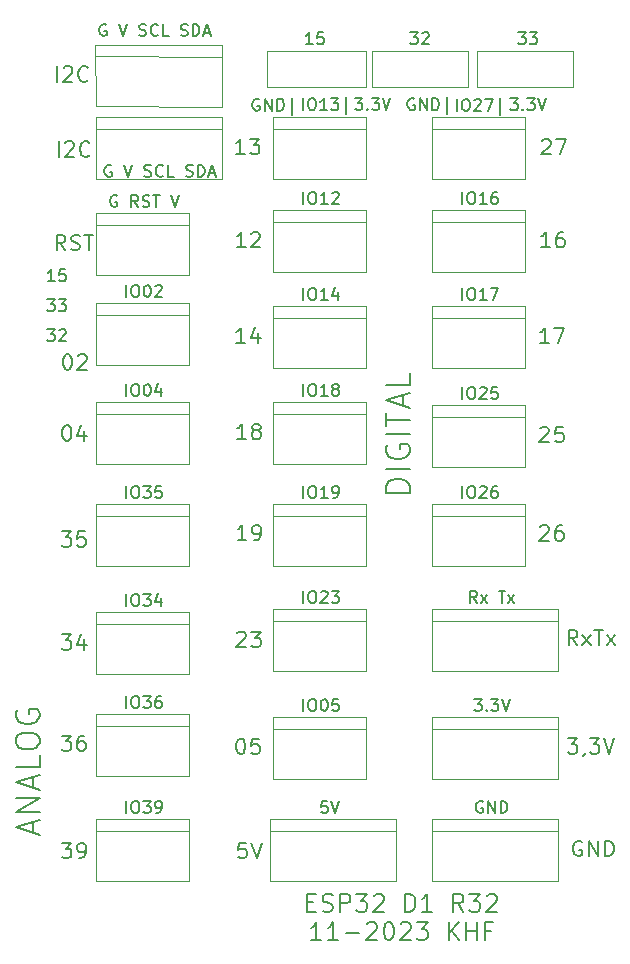
<source format=gbr>
%TF.GenerationSoftware,KiCad,Pcbnew,7.0.8*%
%TF.CreationDate,2023-10-22T09:09:43+02:00*%
%TF.ProjectId,Wemos UNO,57656d6f-7320-4554-9e4f-2e6b69636164,rev?*%
%TF.SameCoordinates,Original*%
%TF.FileFunction,Legend,Top*%
%TF.FilePolarity,Positive*%
%FSLAX46Y46*%
G04 Gerber Fmt 4.6, Leading zero omitted, Abs format (unit mm)*
G04 Created by KiCad (PCBNEW 7.0.8) date 2023-10-22 09:09:43*
%MOMM*%
%LPD*%
G01*
G04 APERTURE LIST*
%ADD10C,0.120000*%
%ADD11C,0.150000*%
G04 APERTURE END LIST*
D10*
X156972000Y-45466000D02*
X148844000Y-45466000D01*
X156972000Y-48514000D02*
X156972000Y-45466000D01*
X148844000Y-48514000D02*
X156972000Y-48514000D01*
X148844000Y-45466000D02*
X148844000Y-48514000D01*
X139954000Y-45466000D02*
X139954000Y-48514000D01*
X148082000Y-45466000D02*
X139954000Y-45466000D01*
X148082000Y-48514000D02*
X148082000Y-45466000D01*
X139954000Y-48514000D02*
X148082000Y-48514000D01*
X131064000Y-45466000D02*
X131064000Y-48514000D01*
X139446000Y-45466000D02*
X131064000Y-45466000D01*
X139446000Y-48514000D02*
X139446000Y-45466000D01*
X131064000Y-48514000D02*
X139446000Y-48514000D01*
D11*
X152352476Y-43904819D02*
X152971523Y-43904819D01*
X152971523Y-43904819D02*
X152638190Y-44285771D01*
X152638190Y-44285771D02*
X152781047Y-44285771D01*
X152781047Y-44285771D02*
X152876285Y-44333390D01*
X152876285Y-44333390D02*
X152923904Y-44381009D01*
X152923904Y-44381009D02*
X152971523Y-44476247D01*
X152971523Y-44476247D02*
X152971523Y-44714342D01*
X152971523Y-44714342D02*
X152923904Y-44809580D01*
X152923904Y-44809580D02*
X152876285Y-44857200D01*
X152876285Y-44857200D02*
X152781047Y-44904819D01*
X152781047Y-44904819D02*
X152495333Y-44904819D01*
X152495333Y-44904819D02*
X152400095Y-44857200D01*
X152400095Y-44857200D02*
X152352476Y-44809580D01*
X153304857Y-43904819D02*
X153923904Y-43904819D01*
X153923904Y-43904819D02*
X153590571Y-44285771D01*
X153590571Y-44285771D02*
X153733428Y-44285771D01*
X153733428Y-44285771D02*
X153828666Y-44333390D01*
X153828666Y-44333390D02*
X153876285Y-44381009D01*
X153876285Y-44381009D02*
X153923904Y-44476247D01*
X153923904Y-44476247D02*
X153923904Y-44714342D01*
X153923904Y-44714342D02*
X153876285Y-44809580D01*
X153876285Y-44809580D02*
X153828666Y-44857200D01*
X153828666Y-44857200D02*
X153733428Y-44904819D01*
X153733428Y-44904819D02*
X153447714Y-44904819D01*
X153447714Y-44904819D02*
X153352476Y-44857200D01*
X153352476Y-44857200D02*
X153304857Y-44809580D01*
X143208476Y-43904819D02*
X143827523Y-43904819D01*
X143827523Y-43904819D02*
X143494190Y-44285771D01*
X143494190Y-44285771D02*
X143637047Y-44285771D01*
X143637047Y-44285771D02*
X143732285Y-44333390D01*
X143732285Y-44333390D02*
X143779904Y-44381009D01*
X143779904Y-44381009D02*
X143827523Y-44476247D01*
X143827523Y-44476247D02*
X143827523Y-44714342D01*
X143827523Y-44714342D02*
X143779904Y-44809580D01*
X143779904Y-44809580D02*
X143732285Y-44857200D01*
X143732285Y-44857200D02*
X143637047Y-44904819D01*
X143637047Y-44904819D02*
X143351333Y-44904819D01*
X143351333Y-44904819D02*
X143256095Y-44857200D01*
X143256095Y-44857200D02*
X143208476Y-44809580D01*
X144208476Y-44000057D02*
X144256095Y-43952438D01*
X144256095Y-43952438D02*
X144351333Y-43904819D01*
X144351333Y-43904819D02*
X144589428Y-43904819D01*
X144589428Y-43904819D02*
X144684666Y-43952438D01*
X144684666Y-43952438D02*
X144732285Y-44000057D01*
X144732285Y-44000057D02*
X144779904Y-44095295D01*
X144779904Y-44095295D02*
X144779904Y-44190533D01*
X144779904Y-44190533D02*
X144732285Y-44333390D01*
X144732285Y-44333390D02*
X144160857Y-44904819D01*
X144160857Y-44904819D02*
X144779904Y-44904819D01*
X134937523Y-44904819D02*
X134366095Y-44904819D01*
X134651809Y-44904819D02*
X134651809Y-43904819D01*
X134651809Y-43904819D02*
X134556571Y-44047676D01*
X134556571Y-44047676D02*
X134461333Y-44142914D01*
X134461333Y-44142914D02*
X134366095Y-44190533D01*
X135842285Y-43904819D02*
X135366095Y-43904819D01*
X135366095Y-43904819D02*
X135318476Y-44381009D01*
X135318476Y-44381009D02*
X135366095Y-44333390D01*
X135366095Y-44333390D02*
X135461333Y-44285771D01*
X135461333Y-44285771D02*
X135699428Y-44285771D01*
X135699428Y-44285771D02*
X135794666Y-44333390D01*
X135794666Y-44333390D02*
X135842285Y-44381009D01*
X135842285Y-44381009D02*
X135889904Y-44476247D01*
X135889904Y-44476247D02*
X135889904Y-44714342D01*
X135889904Y-44714342D02*
X135842285Y-44809580D01*
X135842285Y-44809580D02*
X135794666Y-44857200D01*
X135794666Y-44857200D02*
X135699428Y-44904819D01*
X135699428Y-44904819D02*
X135461333Y-44904819D01*
X135461333Y-44904819D02*
X135366095Y-44857200D01*
X135366095Y-44857200D02*
X135318476Y-44809580D01*
X112474476Y-69050819D02*
X113093523Y-69050819D01*
X113093523Y-69050819D02*
X112760190Y-69431771D01*
X112760190Y-69431771D02*
X112903047Y-69431771D01*
X112903047Y-69431771D02*
X112998285Y-69479390D01*
X112998285Y-69479390D02*
X113045904Y-69527009D01*
X113045904Y-69527009D02*
X113093523Y-69622247D01*
X113093523Y-69622247D02*
X113093523Y-69860342D01*
X113093523Y-69860342D02*
X113045904Y-69955580D01*
X113045904Y-69955580D02*
X112998285Y-70003200D01*
X112998285Y-70003200D02*
X112903047Y-70050819D01*
X112903047Y-70050819D02*
X112617333Y-70050819D01*
X112617333Y-70050819D02*
X112522095Y-70003200D01*
X112522095Y-70003200D02*
X112474476Y-69955580D01*
X113474476Y-69146057D02*
X113522095Y-69098438D01*
X113522095Y-69098438D02*
X113617333Y-69050819D01*
X113617333Y-69050819D02*
X113855428Y-69050819D01*
X113855428Y-69050819D02*
X113950666Y-69098438D01*
X113950666Y-69098438D02*
X113998285Y-69146057D01*
X113998285Y-69146057D02*
X114045904Y-69241295D01*
X114045904Y-69241295D02*
X114045904Y-69336533D01*
X114045904Y-69336533D02*
X113998285Y-69479390D01*
X113998285Y-69479390D02*
X113426857Y-70050819D01*
X113426857Y-70050819D02*
X114045904Y-70050819D01*
X112474476Y-66510819D02*
X113093523Y-66510819D01*
X113093523Y-66510819D02*
X112760190Y-66891771D01*
X112760190Y-66891771D02*
X112903047Y-66891771D01*
X112903047Y-66891771D02*
X112998285Y-66939390D01*
X112998285Y-66939390D02*
X113045904Y-66987009D01*
X113045904Y-66987009D02*
X113093523Y-67082247D01*
X113093523Y-67082247D02*
X113093523Y-67320342D01*
X113093523Y-67320342D02*
X113045904Y-67415580D01*
X113045904Y-67415580D02*
X112998285Y-67463200D01*
X112998285Y-67463200D02*
X112903047Y-67510819D01*
X112903047Y-67510819D02*
X112617333Y-67510819D01*
X112617333Y-67510819D02*
X112522095Y-67463200D01*
X112522095Y-67463200D02*
X112474476Y-67415580D01*
X113426857Y-66510819D02*
X114045904Y-66510819D01*
X114045904Y-66510819D02*
X113712571Y-66891771D01*
X113712571Y-66891771D02*
X113855428Y-66891771D01*
X113855428Y-66891771D02*
X113950666Y-66939390D01*
X113950666Y-66939390D02*
X113998285Y-66987009D01*
X113998285Y-66987009D02*
X114045904Y-67082247D01*
X114045904Y-67082247D02*
X114045904Y-67320342D01*
X114045904Y-67320342D02*
X113998285Y-67415580D01*
X113998285Y-67415580D02*
X113950666Y-67463200D01*
X113950666Y-67463200D02*
X113855428Y-67510819D01*
X113855428Y-67510819D02*
X113569714Y-67510819D01*
X113569714Y-67510819D02*
X113474476Y-67463200D01*
X113474476Y-67463200D02*
X113426857Y-67415580D01*
X113093523Y-64970819D02*
X112522095Y-64970819D01*
X112807809Y-64970819D02*
X112807809Y-63970819D01*
X112807809Y-63970819D02*
X112712571Y-64113676D01*
X112712571Y-64113676D02*
X112617333Y-64208914D01*
X112617333Y-64208914D02*
X112522095Y-64256533D01*
X113998285Y-63970819D02*
X113522095Y-63970819D01*
X113522095Y-63970819D02*
X113474476Y-64447009D01*
X113474476Y-64447009D02*
X113522095Y-64399390D01*
X113522095Y-64399390D02*
X113617333Y-64351771D01*
X113617333Y-64351771D02*
X113855428Y-64351771D01*
X113855428Y-64351771D02*
X113950666Y-64399390D01*
X113950666Y-64399390D02*
X113998285Y-64447009D01*
X113998285Y-64447009D02*
X114045904Y-64542247D01*
X114045904Y-64542247D02*
X114045904Y-64780342D01*
X114045904Y-64780342D02*
X113998285Y-64875580D01*
X113998285Y-64875580D02*
X113950666Y-64923200D01*
X113950666Y-64923200D02*
X113855428Y-64970819D01*
X113855428Y-64970819D02*
X113617333Y-64970819D01*
X113617333Y-64970819D02*
X113522095Y-64923200D01*
X113522095Y-64923200D02*
X113474476Y-64875580D01*
X113290952Y-48083604D02*
X113290952Y-46783604D01*
X113848096Y-46907414D02*
X113910000Y-46845509D01*
X113910000Y-46845509D02*
X114033810Y-46783604D01*
X114033810Y-46783604D02*
X114343334Y-46783604D01*
X114343334Y-46783604D02*
X114467143Y-46845509D01*
X114467143Y-46845509D02*
X114529048Y-46907414D01*
X114529048Y-46907414D02*
X114590953Y-47031223D01*
X114590953Y-47031223D02*
X114590953Y-47155033D01*
X114590953Y-47155033D02*
X114529048Y-47340747D01*
X114529048Y-47340747D02*
X113786191Y-48083604D01*
X113786191Y-48083604D02*
X114590953Y-48083604D01*
X115890952Y-47959795D02*
X115829048Y-48021700D01*
X115829048Y-48021700D02*
X115643333Y-48083604D01*
X115643333Y-48083604D02*
X115519524Y-48083604D01*
X115519524Y-48083604D02*
X115333810Y-48021700D01*
X115333810Y-48021700D02*
X115210000Y-47897890D01*
X115210000Y-47897890D02*
X115148095Y-47774080D01*
X115148095Y-47774080D02*
X115086191Y-47526461D01*
X115086191Y-47526461D02*
X115086191Y-47340747D01*
X115086191Y-47340747D02*
X115148095Y-47093128D01*
X115148095Y-47093128D02*
X115210000Y-46969319D01*
X115210000Y-46969319D02*
X115333810Y-46845509D01*
X115333810Y-46845509D02*
X115519524Y-46783604D01*
X115519524Y-46783604D02*
X115643333Y-46783604D01*
X115643333Y-46783604D02*
X115829048Y-46845509D01*
X115829048Y-46845509D02*
X115890952Y-46907414D01*
X157719524Y-112415509D02*
X157595714Y-112353604D01*
X157595714Y-112353604D02*
X157410000Y-112353604D01*
X157410000Y-112353604D02*
X157224286Y-112415509D01*
X157224286Y-112415509D02*
X157100476Y-112539319D01*
X157100476Y-112539319D02*
X157038571Y-112663128D01*
X157038571Y-112663128D02*
X156976667Y-112910747D01*
X156976667Y-112910747D02*
X156976667Y-113096461D01*
X156976667Y-113096461D02*
X157038571Y-113344080D01*
X157038571Y-113344080D02*
X157100476Y-113467890D01*
X157100476Y-113467890D02*
X157224286Y-113591700D01*
X157224286Y-113591700D02*
X157410000Y-113653604D01*
X157410000Y-113653604D02*
X157533809Y-113653604D01*
X157533809Y-113653604D02*
X157719524Y-113591700D01*
X157719524Y-113591700D02*
X157781428Y-113529795D01*
X157781428Y-113529795D02*
X157781428Y-113096461D01*
X157781428Y-113096461D02*
X157533809Y-113096461D01*
X158338571Y-113653604D02*
X158338571Y-112353604D01*
X158338571Y-112353604D02*
X159081428Y-113653604D01*
X159081428Y-113653604D02*
X159081428Y-112353604D01*
X159700476Y-113653604D02*
X159700476Y-112353604D01*
X159700476Y-112353604D02*
X160010000Y-112353604D01*
X160010000Y-112353604D02*
X160195714Y-112415509D01*
X160195714Y-112415509D02*
X160319524Y-112539319D01*
X160319524Y-112539319D02*
X160381429Y-112663128D01*
X160381429Y-112663128D02*
X160443333Y-112910747D01*
X160443333Y-112910747D02*
X160443333Y-113096461D01*
X160443333Y-113096461D02*
X160381429Y-113344080D01*
X160381429Y-113344080D02*
X160319524Y-113467890D01*
X160319524Y-113467890D02*
X160195714Y-113591700D01*
X160195714Y-113591700D02*
X160010000Y-113653604D01*
X160010000Y-113653604D02*
X159700476Y-113653604D01*
X154359524Y-53067414D02*
X154421428Y-53005509D01*
X154421428Y-53005509D02*
X154545238Y-52943604D01*
X154545238Y-52943604D02*
X154854762Y-52943604D01*
X154854762Y-52943604D02*
X154978571Y-53005509D01*
X154978571Y-53005509D02*
X155040476Y-53067414D01*
X155040476Y-53067414D02*
X155102381Y-53191223D01*
X155102381Y-53191223D02*
X155102381Y-53315033D01*
X155102381Y-53315033D02*
X155040476Y-53500747D01*
X155040476Y-53500747D02*
X154297619Y-54243604D01*
X154297619Y-54243604D02*
X155102381Y-54243604D01*
X155535714Y-52943604D02*
X156402380Y-52943604D01*
X156402380Y-52943604D02*
X155845238Y-54243604D01*
X129202381Y-54213604D02*
X128459524Y-54213604D01*
X128830952Y-54213604D02*
X128830952Y-52913604D01*
X128830952Y-52913604D02*
X128707143Y-53099319D01*
X128707143Y-53099319D02*
X128583333Y-53223128D01*
X128583333Y-53223128D02*
X128459524Y-53285033D01*
X129635714Y-52913604D02*
X130440476Y-52913604D01*
X130440476Y-52913604D02*
X130007142Y-53408842D01*
X130007142Y-53408842D02*
X130192857Y-53408842D01*
X130192857Y-53408842D02*
X130316666Y-53470747D01*
X130316666Y-53470747D02*
X130378571Y-53532652D01*
X130378571Y-53532652D02*
X130440476Y-53656461D01*
X130440476Y-53656461D02*
X130440476Y-53965985D01*
X130440476Y-53965985D02*
X130378571Y-54089795D01*
X130378571Y-54089795D02*
X130316666Y-54151700D01*
X130316666Y-54151700D02*
X130192857Y-54213604D01*
X130192857Y-54213604D02*
X129821428Y-54213604D01*
X129821428Y-54213604D02*
X129697619Y-54151700D01*
X129697619Y-54151700D02*
X129635714Y-54089795D01*
X129262381Y-62113604D02*
X128519524Y-62113604D01*
X128890952Y-62113604D02*
X128890952Y-60813604D01*
X128890952Y-60813604D02*
X128767143Y-60999319D01*
X128767143Y-60999319D02*
X128643333Y-61123128D01*
X128643333Y-61123128D02*
X128519524Y-61185033D01*
X129757619Y-60937414D02*
X129819523Y-60875509D01*
X129819523Y-60875509D02*
X129943333Y-60813604D01*
X129943333Y-60813604D02*
X130252857Y-60813604D01*
X130252857Y-60813604D02*
X130376666Y-60875509D01*
X130376666Y-60875509D02*
X130438571Y-60937414D01*
X130438571Y-60937414D02*
X130500476Y-61061223D01*
X130500476Y-61061223D02*
X130500476Y-61185033D01*
X130500476Y-61185033D02*
X130438571Y-61370747D01*
X130438571Y-61370747D02*
X129695714Y-62113604D01*
X129695714Y-62113604D02*
X130500476Y-62113604D01*
X155042381Y-62113604D02*
X154299524Y-62113604D01*
X154670952Y-62113604D02*
X154670952Y-60813604D01*
X154670952Y-60813604D02*
X154547143Y-60999319D01*
X154547143Y-60999319D02*
X154423333Y-61123128D01*
X154423333Y-61123128D02*
X154299524Y-61185033D01*
X156156666Y-60813604D02*
X155909047Y-60813604D01*
X155909047Y-60813604D02*
X155785238Y-60875509D01*
X155785238Y-60875509D02*
X155723333Y-60937414D01*
X155723333Y-60937414D02*
X155599523Y-61123128D01*
X155599523Y-61123128D02*
X155537619Y-61370747D01*
X155537619Y-61370747D02*
X155537619Y-61865985D01*
X155537619Y-61865985D02*
X155599523Y-61989795D01*
X155599523Y-61989795D02*
X155661428Y-62051700D01*
X155661428Y-62051700D02*
X155785238Y-62113604D01*
X155785238Y-62113604D02*
X156032857Y-62113604D01*
X156032857Y-62113604D02*
X156156666Y-62051700D01*
X156156666Y-62051700D02*
X156218571Y-61989795D01*
X156218571Y-61989795D02*
X156280476Y-61865985D01*
X156280476Y-61865985D02*
X156280476Y-61556461D01*
X156280476Y-61556461D02*
X156218571Y-61432652D01*
X156218571Y-61432652D02*
X156156666Y-61370747D01*
X156156666Y-61370747D02*
X156032857Y-61308842D01*
X156032857Y-61308842D02*
X155785238Y-61308842D01*
X155785238Y-61308842D02*
X155661428Y-61370747D01*
X155661428Y-61370747D02*
X155599523Y-61432652D01*
X155599523Y-61432652D02*
X155537619Y-61556461D01*
X154952381Y-70233604D02*
X154209524Y-70233604D01*
X154580952Y-70233604D02*
X154580952Y-68933604D01*
X154580952Y-68933604D02*
X154457143Y-69119319D01*
X154457143Y-69119319D02*
X154333333Y-69243128D01*
X154333333Y-69243128D02*
X154209524Y-69305033D01*
X155385714Y-68933604D02*
X156252380Y-68933604D01*
X156252380Y-68933604D02*
X155695238Y-70233604D01*
X129232381Y-70203604D02*
X128489524Y-70203604D01*
X128860952Y-70203604D02*
X128860952Y-68903604D01*
X128860952Y-68903604D02*
X128737143Y-69089319D01*
X128737143Y-69089319D02*
X128613333Y-69213128D01*
X128613333Y-69213128D02*
X128489524Y-69275033D01*
X130346666Y-69336938D02*
X130346666Y-70203604D01*
X130037142Y-68841700D02*
X129727619Y-69770271D01*
X129727619Y-69770271D02*
X130532380Y-69770271D01*
X154209524Y-77427414D02*
X154271428Y-77365509D01*
X154271428Y-77365509D02*
X154395238Y-77303604D01*
X154395238Y-77303604D02*
X154704762Y-77303604D01*
X154704762Y-77303604D02*
X154828571Y-77365509D01*
X154828571Y-77365509D02*
X154890476Y-77427414D01*
X154890476Y-77427414D02*
X154952381Y-77551223D01*
X154952381Y-77551223D02*
X154952381Y-77675033D01*
X154952381Y-77675033D02*
X154890476Y-77860747D01*
X154890476Y-77860747D02*
X154147619Y-78603604D01*
X154147619Y-78603604D02*
X154952381Y-78603604D01*
X156128571Y-77303604D02*
X155509523Y-77303604D01*
X155509523Y-77303604D02*
X155447619Y-77922652D01*
X155447619Y-77922652D02*
X155509523Y-77860747D01*
X155509523Y-77860747D02*
X155633333Y-77798842D01*
X155633333Y-77798842D02*
X155942857Y-77798842D01*
X155942857Y-77798842D02*
X156066666Y-77860747D01*
X156066666Y-77860747D02*
X156128571Y-77922652D01*
X156128571Y-77922652D02*
X156190476Y-78046461D01*
X156190476Y-78046461D02*
X156190476Y-78355985D01*
X156190476Y-78355985D02*
X156128571Y-78479795D01*
X156128571Y-78479795D02*
X156066666Y-78541700D01*
X156066666Y-78541700D02*
X155942857Y-78603604D01*
X155942857Y-78603604D02*
X155633333Y-78603604D01*
X155633333Y-78603604D02*
X155509523Y-78541700D01*
X155509523Y-78541700D02*
X155447619Y-78479795D01*
X129292381Y-78353604D02*
X128549524Y-78353604D01*
X128920952Y-78353604D02*
X128920952Y-77053604D01*
X128920952Y-77053604D02*
X128797143Y-77239319D01*
X128797143Y-77239319D02*
X128673333Y-77363128D01*
X128673333Y-77363128D02*
X128549524Y-77425033D01*
X130035238Y-77610747D02*
X129911428Y-77548842D01*
X129911428Y-77548842D02*
X129849523Y-77486938D01*
X129849523Y-77486938D02*
X129787619Y-77363128D01*
X129787619Y-77363128D02*
X129787619Y-77301223D01*
X129787619Y-77301223D02*
X129849523Y-77177414D01*
X129849523Y-77177414D02*
X129911428Y-77115509D01*
X129911428Y-77115509D02*
X130035238Y-77053604D01*
X130035238Y-77053604D02*
X130282857Y-77053604D01*
X130282857Y-77053604D02*
X130406666Y-77115509D01*
X130406666Y-77115509D02*
X130468571Y-77177414D01*
X130468571Y-77177414D02*
X130530476Y-77301223D01*
X130530476Y-77301223D02*
X130530476Y-77363128D01*
X130530476Y-77363128D02*
X130468571Y-77486938D01*
X130468571Y-77486938D02*
X130406666Y-77548842D01*
X130406666Y-77548842D02*
X130282857Y-77610747D01*
X130282857Y-77610747D02*
X130035238Y-77610747D01*
X130035238Y-77610747D02*
X129911428Y-77672652D01*
X129911428Y-77672652D02*
X129849523Y-77734557D01*
X129849523Y-77734557D02*
X129787619Y-77858366D01*
X129787619Y-77858366D02*
X129787619Y-78105985D01*
X129787619Y-78105985D02*
X129849523Y-78229795D01*
X129849523Y-78229795D02*
X129911428Y-78291700D01*
X129911428Y-78291700D02*
X130035238Y-78353604D01*
X130035238Y-78353604D02*
X130282857Y-78353604D01*
X130282857Y-78353604D02*
X130406666Y-78291700D01*
X130406666Y-78291700D02*
X130468571Y-78229795D01*
X130468571Y-78229795D02*
X130530476Y-78105985D01*
X130530476Y-78105985D02*
X130530476Y-77858366D01*
X130530476Y-77858366D02*
X130468571Y-77734557D01*
X130468571Y-77734557D02*
X130406666Y-77672652D01*
X130406666Y-77672652D02*
X130282857Y-77610747D01*
X154209524Y-85767414D02*
X154271428Y-85705509D01*
X154271428Y-85705509D02*
X154395238Y-85643604D01*
X154395238Y-85643604D02*
X154704762Y-85643604D01*
X154704762Y-85643604D02*
X154828571Y-85705509D01*
X154828571Y-85705509D02*
X154890476Y-85767414D01*
X154890476Y-85767414D02*
X154952381Y-85891223D01*
X154952381Y-85891223D02*
X154952381Y-86015033D01*
X154952381Y-86015033D02*
X154890476Y-86200747D01*
X154890476Y-86200747D02*
X154147619Y-86943604D01*
X154147619Y-86943604D02*
X154952381Y-86943604D01*
X156066666Y-85643604D02*
X155819047Y-85643604D01*
X155819047Y-85643604D02*
X155695238Y-85705509D01*
X155695238Y-85705509D02*
X155633333Y-85767414D01*
X155633333Y-85767414D02*
X155509523Y-85953128D01*
X155509523Y-85953128D02*
X155447619Y-86200747D01*
X155447619Y-86200747D02*
X155447619Y-86695985D01*
X155447619Y-86695985D02*
X155509523Y-86819795D01*
X155509523Y-86819795D02*
X155571428Y-86881700D01*
X155571428Y-86881700D02*
X155695238Y-86943604D01*
X155695238Y-86943604D02*
X155942857Y-86943604D01*
X155942857Y-86943604D02*
X156066666Y-86881700D01*
X156066666Y-86881700D02*
X156128571Y-86819795D01*
X156128571Y-86819795D02*
X156190476Y-86695985D01*
X156190476Y-86695985D02*
X156190476Y-86386461D01*
X156190476Y-86386461D02*
X156128571Y-86262652D01*
X156128571Y-86262652D02*
X156066666Y-86200747D01*
X156066666Y-86200747D02*
X155942857Y-86138842D01*
X155942857Y-86138842D02*
X155695238Y-86138842D01*
X155695238Y-86138842D02*
X155571428Y-86200747D01*
X155571428Y-86200747D02*
X155509523Y-86262652D01*
X155509523Y-86262652D02*
X155447619Y-86386461D01*
X129322381Y-86913604D02*
X128579524Y-86913604D01*
X128950952Y-86913604D02*
X128950952Y-85613604D01*
X128950952Y-85613604D02*
X128827143Y-85799319D01*
X128827143Y-85799319D02*
X128703333Y-85923128D01*
X128703333Y-85923128D02*
X128579524Y-85985033D01*
X129941428Y-86913604D02*
X130189047Y-86913604D01*
X130189047Y-86913604D02*
X130312857Y-86851700D01*
X130312857Y-86851700D02*
X130374761Y-86789795D01*
X130374761Y-86789795D02*
X130498571Y-86604080D01*
X130498571Y-86604080D02*
X130560476Y-86356461D01*
X130560476Y-86356461D02*
X130560476Y-85861223D01*
X130560476Y-85861223D02*
X130498571Y-85737414D01*
X130498571Y-85737414D02*
X130436666Y-85675509D01*
X130436666Y-85675509D02*
X130312857Y-85613604D01*
X130312857Y-85613604D02*
X130065238Y-85613604D01*
X130065238Y-85613604D02*
X129941428Y-85675509D01*
X129941428Y-85675509D02*
X129879523Y-85737414D01*
X129879523Y-85737414D02*
X129817619Y-85861223D01*
X129817619Y-85861223D02*
X129817619Y-86170747D01*
X129817619Y-86170747D02*
X129879523Y-86294557D01*
X129879523Y-86294557D02*
X129941428Y-86356461D01*
X129941428Y-86356461D02*
X130065238Y-86418366D01*
X130065238Y-86418366D02*
X130312857Y-86418366D01*
X130312857Y-86418366D02*
X130436666Y-86356461D01*
X130436666Y-86356461D02*
X130498571Y-86294557D01*
X130498571Y-86294557D02*
X130560476Y-86170747D01*
X157354761Y-95803604D02*
X156921428Y-95184557D01*
X156611904Y-95803604D02*
X156611904Y-94503604D01*
X156611904Y-94503604D02*
X157107142Y-94503604D01*
X157107142Y-94503604D02*
X157230952Y-94565509D01*
X157230952Y-94565509D02*
X157292857Y-94627414D01*
X157292857Y-94627414D02*
X157354761Y-94751223D01*
X157354761Y-94751223D02*
X157354761Y-94936938D01*
X157354761Y-94936938D02*
X157292857Y-95060747D01*
X157292857Y-95060747D02*
X157230952Y-95122652D01*
X157230952Y-95122652D02*
X157107142Y-95184557D01*
X157107142Y-95184557D02*
X156611904Y-95184557D01*
X157788095Y-95803604D02*
X158469047Y-94936938D01*
X157788095Y-94936938D02*
X158469047Y-95803604D01*
X158778571Y-94503604D02*
X159521428Y-94503604D01*
X159150000Y-95803604D02*
X159150000Y-94503604D01*
X159830952Y-95803604D02*
X160511904Y-94936938D01*
X159830952Y-94936938D02*
X160511904Y-95803604D01*
X128549524Y-94777414D02*
X128611428Y-94715509D01*
X128611428Y-94715509D02*
X128735238Y-94653604D01*
X128735238Y-94653604D02*
X129044762Y-94653604D01*
X129044762Y-94653604D02*
X129168571Y-94715509D01*
X129168571Y-94715509D02*
X129230476Y-94777414D01*
X129230476Y-94777414D02*
X129292381Y-94901223D01*
X129292381Y-94901223D02*
X129292381Y-95025033D01*
X129292381Y-95025033D02*
X129230476Y-95210747D01*
X129230476Y-95210747D02*
X128487619Y-95953604D01*
X128487619Y-95953604D02*
X129292381Y-95953604D01*
X129725714Y-94653604D02*
X130530476Y-94653604D01*
X130530476Y-94653604D02*
X130097142Y-95148842D01*
X130097142Y-95148842D02*
X130282857Y-95148842D01*
X130282857Y-95148842D02*
X130406666Y-95210747D01*
X130406666Y-95210747D02*
X130468571Y-95272652D01*
X130468571Y-95272652D02*
X130530476Y-95396461D01*
X130530476Y-95396461D02*
X130530476Y-95705985D01*
X130530476Y-95705985D02*
X130468571Y-95829795D01*
X130468571Y-95829795D02*
X130406666Y-95891700D01*
X130406666Y-95891700D02*
X130282857Y-95953604D01*
X130282857Y-95953604D02*
X129911428Y-95953604D01*
X129911428Y-95953604D02*
X129787619Y-95891700D01*
X129787619Y-95891700D02*
X129725714Y-95829795D01*
X156550952Y-103673604D02*
X157355714Y-103673604D01*
X157355714Y-103673604D02*
X156922380Y-104168842D01*
X156922380Y-104168842D02*
X157108095Y-104168842D01*
X157108095Y-104168842D02*
X157231904Y-104230747D01*
X157231904Y-104230747D02*
X157293809Y-104292652D01*
X157293809Y-104292652D02*
X157355714Y-104416461D01*
X157355714Y-104416461D02*
X157355714Y-104725985D01*
X157355714Y-104725985D02*
X157293809Y-104849795D01*
X157293809Y-104849795D02*
X157231904Y-104911700D01*
X157231904Y-104911700D02*
X157108095Y-104973604D01*
X157108095Y-104973604D02*
X156736666Y-104973604D01*
X156736666Y-104973604D02*
X156612857Y-104911700D01*
X156612857Y-104911700D02*
X156550952Y-104849795D01*
X157974761Y-104911700D02*
X157974761Y-104973604D01*
X157974761Y-104973604D02*
X157912856Y-105097414D01*
X157912856Y-105097414D02*
X157850952Y-105159319D01*
X158408095Y-103673604D02*
X159212857Y-103673604D01*
X159212857Y-103673604D02*
X158779523Y-104168842D01*
X158779523Y-104168842D02*
X158965238Y-104168842D01*
X158965238Y-104168842D02*
X159089047Y-104230747D01*
X159089047Y-104230747D02*
X159150952Y-104292652D01*
X159150952Y-104292652D02*
X159212857Y-104416461D01*
X159212857Y-104416461D02*
X159212857Y-104725985D01*
X159212857Y-104725985D02*
X159150952Y-104849795D01*
X159150952Y-104849795D02*
X159089047Y-104911700D01*
X159089047Y-104911700D02*
X158965238Y-104973604D01*
X158965238Y-104973604D02*
X158593809Y-104973604D01*
X158593809Y-104973604D02*
X158470000Y-104911700D01*
X158470000Y-104911700D02*
X158408095Y-104849795D01*
X159584285Y-103673604D02*
X160017618Y-104973604D01*
X160017618Y-104973604D02*
X160450952Y-103673604D01*
X128799047Y-103703604D02*
X128922857Y-103703604D01*
X128922857Y-103703604D02*
X129046666Y-103765509D01*
X129046666Y-103765509D02*
X129108571Y-103827414D01*
X129108571Y-103827414D02*
X129170476Y-103951223D01*
X129170476Y-103951223D02*
X129232381Y-104198842D01*
X129232381Y-104198842D02*
X129232381Y-104508366D01*
X129232381Y-104508366D02*
X129170476Y-104755985D01*
X129170476Y-104755985D02*
X129108571Y-104879795D01*
X129108571Y-104879795D02*
X129046666Y-104941700D01*
X129046666Y-104941700D02*
X128922857Y-105003604D01*
X128922857Y-105003604D02*
X128799047Y-105003604D01*
X128799047Y-105003604D02*
X128675238Y-104941700D01*
X128675238Y-104941700D02*
X128613333Y-104879795D01*
X128613333Y-104879795D02*
X128551428Y-104755985D01*
X128551428Y-104755985D02*
X128489524Y-104508366D01*
X128489524Y-104508366D02*
X128489524Y-104198842D01*
X128489524Y-104198842D02*
X128551428Y-103951223D01*
X128551428Y-103951223D02*
X128613333Y-103827414D01*
X128613333Y-103827414D02*
X128675238Y-103765509D01*
X128675238Y-103765509D02*
X128799047Y-103703604D01*
X130408571Y-103703604D02*
X129789523Y-103703604D01*
X129789523Y-103703604D02*
X129727619Y-104322652D01*
X129727619Y-104322652D02*
X129789523Y-104260747D01*
X129789523Y-104260747D02*
X129913333Y-104198842D01*
X129913333Y-104198842D02*
X130222857Y-104198842D01*
X130222857Y-104198842D02*
X130346666Y-104260747D01*
X130346666Y-104260747D02*
X130408571Y-104322652D01*
X130408571Y-104322652D02*
X130470476Y-104446461D01*
X130470476Y-104446461D02*
X130470476Y-104755985D01*
X130470476Y-104755985D02*
X130408571Y-104879795D01*
X130408571Y-104879795D02*
X130346666Y-104941700D01*
X130346666Y-104941700D02*
X130222857Y-105003604D01*
X130222857Y-105003604D02*
X129913333Y-105003604D01*
X129913333Y-105003604D02*
X129789523Y-104941700D01*
X129789523Y-104941700D02*
X129727619Y-104879795D01*
X113697619Y-86153604D02*
X114502381Y-86153604D01*
X114502381Y-86153604D02*
X114069047Y-86648842D01*
X114069047Y-86648842D02*
X114254762Y-86648842D01*
X114254762Y-86648842D02*
X114378571Y-86710747D01*
X114378571Y-86710747D02*
X114440476Y-86772652D01*
X114440476Y-86772652D02*
X114502381Y-86896461D01*
X114502381Y-86896461D02*
X114502381Y-87205985D01*
X114502381Y-87205985D02*
X114440476Y-87329795D01*
X114440476Y-87329795D02*
X114378571Y-87391700D01*
X114378571Y-87391700D02*
X114254762Y-87453604D01*
X114254762Y-87453604D02*
X113883333Y-87453604D01*
X113883333Y-87453604D02*
X113759524Y-87391700D01*
X113759524Y-87391700D02*
X113697619Y-87329795D01*
X115678571Y-86153604D02*
X115059523Y-86153604D01*
X115059523Y-86153604D02*
X114997619Y-86772652D01*
X114997619Y-86772652D02*
X115059523Y-86710747D01*
X115059523Y-86710747D02*
X115183333Y-86648842D01*
X115183333Y-86648842D02*
X115492857Y-86648842D01*
X115492857Y-86648842D02*
X115616666Y-86710747D01*
X115616666Y-86710747D02*
X115678571Y-86772652D01*
X115678571Y-86772652D02*
X115740476Y-86896461D01*
X115740476Y-86896461D02*
X115740476Y-87205985D01*
X115740476Y-87205985D02*
X115678571Y-87329795D01*
X115678571Y-87329795D02*
X115616666Y-87391700D01*
X115616666Y-87391700D02*
X115492857Y-87453604D01*
X115492857Y-87453604D02*
X115183333Y-87453604D01*
X115183333Y-87453604D02*
X115059523Y-87391700D01*
X115059523Y-87391700D02*
X114997619Y-87329795D01*
X129322381Y-112523604D02*
X128703333Y-112523604D01*
X128703333Y-112523604D02*
X128641429Y-113142652D01*
X128641429Y-113142652D02*
X128703333Y-113080747D01*
X128703333Y-113080747D02*
X128827143Y-113018842D01*
X128827143Y-113018842D02*
X129136667Y-113018842D01*
X129136667Y-113018842D02*
X129260476Y-113080747D01*
X129260476Y-113080747D02*
X129322381Y-113142652D01*
X129322381Y-113142652D02*
X129384286Y-113266461D01*
X129384286Y-113266461D02*
X129384286Y-113575985D01*
X129384286Y-113575985D02*
X129322381Y-113699795D01*
X129322381Y-113699795D02*
X129260476Y-113761700D01*
X129260476Y-113761700D02*
X129136667Y-113823604D01*
X129136667Y-113823604D02*
X128827143Y-113823604D01*
X128827143Y-113823604D02*
X128703333Y-113761700D01*
X128703333Y-113761700D02*
X128641429Y-113699795D01*
X129755714Y-112523604D02*
X130189047Y-113823604D01*
X130189047Y-113823604D02*
X130622381Y-112523604D01*
X113697619Y-112523604D02*
X114502381Y-112523604D01*
X114502381Y-112523604D02*
X114069047Y-113018842D01*
X114069047Y-113018842D02*
X114254762Y-113018842D01*
X114254762Y-113018842D02*
X114378571Y-113080747D01*
X114378571Y-113080747D02*
X114440476Y-113142652D01*
X114440476Y-113142652D02*
X114502381Y-113266461D01*
X114502381Y-113266461D02*
X114502381Y-113575985D01*
X114502381Y-113575985D02*
X114440476Y-113699795D01*
X114440476Y-113699795D02*
X114378571Y-113761700D01*
X114378571Y-113761700D02*
X114254762Y-113823604D01*
X114254762Y-113823604D02*
X113883333Y-113823604D01*
X113883333Y-113823604D02*
X113759524Y-113761700D01*
X113759524Y-113761700D02*
X113697619Y-113699795D01*
X115121428Y-113823604D02*
X115369047Y-113823604D01*
X115369047Y-113823604D02*
X115492857Y-113761700D01*
X115492857Y-113761700D02*
X115554761Y-113699795D01*
X115554761Y-113699795D02*
X115678571Y-113514080D01*
X115678571Y-113514080D02*
X115740476Y-113266461D01*
X115740476Y-113266461D02*
X115740476Y-112771223D01*
X115740476Y-112771223D02*
X115678571Y-112647414D01*
X115678571Y-112647414D02*
X115616666Y-112585509D01*
X115616666Y-112585509D02*
X115492857Y-112523604D01*
X115492857Y-112523604D02*
X115245238Y-112523604D01*
X115245238Y-112523604D02*
X115121428Y-112585509D01*
X115121428Y-112585509D02*
X115059523Y-112647414D01*
X115059523Y-112647414D02*
X114997619Y-112771223D01*
X114997619Y-112771223D02*
X114997619Y-113080747D01*
X114997619Y-113080747D02*
X115059523Y-113204557D01*
X115059523Y-113204557D02*
X115121428Y-113266461D01*
X115121428Y-113266461D02*
X115245238Y-113328366D01*
X115245238Y-113328366D02*
X115492857Y-113328366D01*
X115492857Y-113328366D02*
X115616666Y-113266461D01*
X115616666Y-113266461D02*
X115678571Y-113204557D01*
X115678571Y-113204557D02*
X115740476Y-113080747D01*
X113697619Y-103443604D02*
X114502381Y-103443604D01*
X114502381Y-103443604D02*
X114069047Y-103938842D01*
X114069047Y-103938842D02*
X114254762Y-103938842D01*
X114254762Y-103938842D02*
X114378571Y-104000747D01*
X114378571Y-104000747D02*
X114440476Y-104062652D01*
X114440476Y-104062652D02*
X114502381Y-104186461D01*
X114502381Y-104186461D02*
X114502381Y-104495985D01*
X114502381Y-104495985D02*
X114440476Y-104619795D01*
X114440476Y-104619795D02*
X114378571Y-104681700D01*
X114378571Y-104681700D02*
X114254762Y-104743604D01*
X114254762Y-104743604D02*
X113883333Y-104743604D01*
X113883333Y-104743604D02*
X113759524Y-104681700D01*
X113759524Y-104681700D02*
X113697619Y-104619795D01*
X115616666Y-103443604D02*
X115369047Y-103443604D01*
X115369047Y-103443604D02*
X115245238Y-103505509D01*
X115245238Y-103505509D02*
X115183333Y-103567414D01*
X115183333Y-103567414D02*
X115059523Y-103753128D01*
X115059523Y-103753128D02*
X114997619Y-104000747D01*
X114997619Y-104000747D02*
X114997619Y-104495985D01*
X114997619Y-104495985D02*
X115059523Y-104619795D01*
X115059523Y-104619795D02*
X115121428Y-104681700D01*
X115121428Y-104681700D02*
X115245238Y-104743604D01*
X115245238Y-104743604D02*
X115492857Y-104743604D01*
X115492857Y-104743604D02*
X115616666Y-104681700D01*
X115616666Y-104681700D02*
X115678571Y-104619795D01*
X115678571Y-104619795D02*
X115740476Y-104495985D01*
X115740476Y-104495985D02*
X115740476Y-104186461D01*
X115740476Y-104186461D02*
X115678571Y-104062652D01*
X115678571Y-104062652D02*
X115616666Y-104000747D01*
X115616666Y-104000747D02*
X115492857Y-103938842D01*
X115492857Y-103938842D02*
X115245238Y-103938842D01*
X115245238Y-103938842D02*
X115121428Y-104000747D01*
X115121428Y-104000747D02*
X115059523Y-104062652D01*
X115059523Y-104062652D02*
X114997619Y-104186461D01*
X113697619Y-94873604D02*
X114502381Y-94873604D01*
X114502381Y-94873604D02*
X114069047Y-95368842D01*
X114069047Y-95368842D02*
X114254762Y-95368842D01*
X114254762Y-95368842D02*
X114378571Y-95430747D01*
X114378571Y-95430747D02*
X114440476Y-95492652D01*
X114440476Y-95492652D02*
X114502381Y-95616461D01*
X114502381Y-95616461D02*
X114502381Y-95925985D01*
X114502381Y-95925985D02*
X114440476Y-96049795D01*
X114440476Y-96049795D02*
X114378571Y-96111700D01*
X114378571Y-96111700D02*
X114254762Y-96173604D01*
X114254762Y-96173604D02*
X113883333Y-96173604D01*
X113883333Y-96173604D02*
X113759524Y-96111700D01*
X113759524Y-96111700D02*
X113697619Y-96049795D01*
X115616666Y-95306938D02*
X115616666Y-96173604D01*
X115307142Y-94811700D02*
X114997619Y-95740271D01*
X114997619Y-95740271D02*
X115802380Y-95740271D01*
X114069047Y-77183604D02*
X114192857Y-77183604D01*
X114192857Y-77183604D02*
X114316666Y-77245509D01*
X114316666Y-77245509D02*
X114378571Y-77307414D01*
X114378571Y-77307414D02*
X114440476Y-77431223D01*
X114440476Y-77431223D02*
X114502381Y-77678842D01*
X114502381Y-77678842D02*
X114502381Y-77988366D01*
X114502381Y-77988366D02*
X114440476Y-78235985D01*
X114440476Y-78235985D02*
X114378571Y-78359795D01*
X114378571Y-78359795D02*
X114316666Y-78421700D01*
X114316666Y-78421700D02*
X114192857Y-78483604D01*
X114192857Y-78483604D02*
X114069047Y-78483604D01*
X114069047Y-78483604D02*
X113945238Y-78421700D01*
X113945238Y-78421700D02*
X113883333Y-78359795D01*
X113883333Y-78359795D02*
X113821428Y-78235985D01*
X113821428Y-78235985D02*
X113759524Y-77988366D01*
X113759524Y-77988366D02*
X113759524Y-77678842D01*
X113759524Y-77678842D02*
X113821428Y-77431223D01*
X113821428Y-77431223D02*
X113883333Y-77307414D01*
X113883333Y-77307414D02*
X113945238Y-77245509D01*
X113945238Y-77245509D02*
X114069047Y-77183604D01*
X115616666Y-77616938D02*
X115616666Y-78483604D01*
X115307142Y-77121700D02*
X114997619Y-78050271D01*
X114997619Y-78050271D02*
X115802380Y-78050271D01*
X114127047Y-71175604D02*
X114250857Y-71175604D01*
X114250857Y-71175604D02*
X114374666Y-71237509D01*
X114374666Y-71237509D02*
X114436571Y-71299414D01*
X114436571Y-71299414D02*
X114498476Y-71423223D01*
X114498476Y-71423223D02*
X114560381Y-71670842D01*
X114560381Y-71670842D02*
X114560381Y-71980366D01*
X114560381Y-71980366D02*
X114498476Y-72227985D01*
X114498476Y-72227985D02*
X114436571Y-72351795D01*
X114436571Y-72351795D02*
X114374666Y-72413700D01*
X114374666Y-72413700D02*
X114250857Y-72475604D01*
X114250857Y-72475604D02*
X114127047Y-72475604D01*
X114127047Y-72475604D02*
X114003238Y-72413700D01*
X114003238Y-72413700D02*
X113941333Y-72351795D01*
X113941333Y-72351795D02*
X113879428Y-72227985D01*
X113879428Y-72227985D02*
X113817524Y-71980366D01*
X113817524Y-71980366D02*
X113817524Y-71670842D01*
X113817524Y-71670842D02*
X113879428Y-71423223D01*
X113879428Y-71423223D02*
X113941333Y-71299414D01*
X113941333Y-71299414D02*
X114003238Y-71237509D01*
X114003238Y-71237509D02*
X114127047Y-71175604D01*
X115055619Y-71299414D02*
X115117523Y-71237509D01*
X115117523Y-71237509D02*
X115241333Y-71175604D01*
X115241333Y-71175604D02*
X115550857Y-71175604D01*
X115550857Y-71175604D02*
X115674666Y-71237509D01*
X115674666Y-71237509D02*
X115736571Y-71299414D01*
X115736571Y-71299414D02*
X115798476Y-71423223D01*
X115798476Y-71423223D02*
X115798476Y-71547033D01*
X115798476Y-71547033D02*
X115736571Y-71732747D01*
X115736571Y-71732747D02*
X114993714Y-72475604D01*
X114993714Y-72475604D02*
X115798476Y-72475604D01*
X113998095Y-62343604D02*
X113564762Y-61724557D01*
X113255238Y-62343604D02*
X113255238Y-61043604D01*
X113255238Y-61043604D02*
X113750476Y-61043604D01*
X113750476Y-61043604D02*
X113874286Y-61105509D01*
X113874286Y-61105509D02*
X113936191Y-61167414D01*
X113936191Y-61167414D02*
X113998095Y-61291223D01*
X113998095Y-61291223D02*
X113998095Y-61476938D01*
X113998095Y-61476938D02*
X113936191Y-61600747D01*
X113936191Y-61600747D02*
X113874286Y-61662652D01*
X113874286Y-61662652D02*
X113750476Y-61724557D01*
X113750476Y-61724557D02*
X113255238Y-61724557D01*
X114493334Y-62281700D02*
X114679048Y-62343604D01*
X114679048Y-62343604D02*
X114988572Y-62343604D01*
X114988572Y-62343604D02*
X115112381Y-62281700D01*
X115112381Y-62281700D02*
X115174286Y-62219795D01*
X115174286Y-62219795D02*
X115236191Y-62095985D01*
X115236191Y-62095985D02*
X115236191Y-61972176D01*
X115236191Y-61972176D02*
X115174286Y-61848366D01*
X115174286Y-61848366D02*
X115112381Y-61786461D01*
X115112381Y-61786461D02*
X114988572Y-61724557D01*
X114988572Y-61724557D02*
X114740953Y-61662652D01*
X114740953Y-61662652D02*
X114617143Y-61600747D01*
X114617143Y-61600747D02*
X114555238Y-61538842D01*
X114555238Y-61538842D02*
X114493334Y-61415033D01*
X114493334Y-61415033D02*
X114493334Y-61291223D01*
X114493334Y-61291223D02*
X114555238Y-61167414D01*
X114555238Y-61167414D02*
X114617143Y-61105509D01*
X114617143Y-61105509D02*
X114740953Y-61043604D01*
X114740953Y-61043604D02*
X115050476Y-61043604D01*
X115050476Y-61043604D02*
X115236191Y-61105509D01*
X115607619Y-61043604D02*
X116350476Y-61043604D01*
X115979048Y-62343604D02*
X115979048Y-61043604D01*
X113440952Y-54433604D02*
X113440952Y-53133604D01*
X113998096Y-53257414D02*
X114060000Y-53195509D01*
X114060000Y-53195509D02*
X114183810Y-53133604D01*
X114183810Y-53133604D02*
X114493334Y-53133604D01*
X114493334Y-53133604D02*
X114617143Y-53195509D01*
X114617143Y-53195509D02*
X114679048Y-53257414D01*
X114679048Y-53257414D02*
X114740953Y-53381223D01*
X114740953Y-53381223D02*
X114740953Y-53505033D01*
X114740953Y-53505033D02*
X114679048Y-53690747D01*
X114679048Y-53690747D02*
X113936191Y-54433604D01*
X113936191Y-54433604D02*
X114740953Y-54433604D01*
X116040952Y-54309795D02*
X115979048Y-54371700D01*
X115979048Y-54371700D02*
X115793333Y-54433604D01*
X115793333Y-54433604D02*
X115669524Y-54433604D01*
X115669524Y-54433604D02*
X115483810Y-54371700D01*
X115483810Y-54371700D02*
X115360000Y-54247890D01*
X115360000Y-54247890D02*
X115298095Y-54124080D01*
X115298095Y-54124080D02*
X115236191Y-53876461D01*
X115236191Y-53876461D02*
X115236191Y-53690747D01*
X115236191Y-53690747D02*
X115298095Y-53443128D01*
X115298095Y-53443128D02*
X115360000Y-53319319D01*
X115360000Y-53319319D02*
X115483810Y-53195509D01*
X115483810Y-53195509D02*
X115669524Y-53133604D01*
X115669524Y-53133604D02*
X115793333Y-53133604D01*
X115793333Y-53133604D02*
X115979048Y-53195509D01*
X115979048Y-53195509D02*
X116040952Y-53257414D01*
X130411904Y-49577438D02*
X130316666Y-49529819D01*
X130316666Y-49529819D02*
X130173809Y-49529819D01*
X130173809Y-49529819D02*
X130030952Y-49577438D01*
X130030952Y-49577438D02*
X129935714Y-49672676D01*
X129935714Y-49672676D02*
X129888095Y-49767914D01*
X129888095Y-49767914D02*
X129840476Y-49958390D01*
X129840476Y-49958390D02*
X129840476Y-50101247D01*
X129840476Y-50101247D02*
X129888095Y-50291723D01*
X129888095Y-50291723D02*
X129935714Y-50386961D01*
X129935714Y-50386961D02*
X130030952Y-50482200D01*
X130030952Y-50482200D02*
X130173809Y-50529819D01*
X130173809Y-50529819D02*
X130269047Y-50529819D01*
X130269047Y-50529819D02*
X130411904Y-50482200D01*
X130411904Y-50482200D02*
X130459523Y-50434580D01*
X130459523Y-50434580D02*
X130459523Y-50101247D01*
X130459523Y-50101247D02*
X130269047Y-50101247D01*
X130888095Y-50529819D02*
X130888095Y-49529819D01*
X130888095Y-49529819D02*
X131459523Y-50529819D01*
X131459523Y-50529819D02*
X131459523Y-49529819D01*
X131935714Y-50529819D02*
X131935714Y-49529819D01*
X131935714Y-49529819D02*
X132173809Y-49529819D01*
X132173809Y-49529819D02*
X132316666Y-49577438D01*
X132316666Y-49577438D02*
X132411904Y-49672676D01*
X132411904Y-49672676D02*
X132459523Y-49767914D01*
X132459523Y-49767914D02*
X132507142Y-49958390D01*
X132507142Y-49958390D02*
X132507142Y-50101247D01*
X132507142Y-50101247D02*
X132459523Y-50291723D01*
X132459523Y-50291723D02*
X132411904Y-50386961D01*
X132411904Y-50386961D02*
X132316666Y-50482200D01*
X132316666Y-50482200D02*
X132173809Y-50529819D01*
X132173809Y-50529819D02*
X131935714Y-50529819D01*
X133173809Y-50863152D02*
X133173809Y-49434580D01*
X138523810Y-49479819D02*
X139142857Y-49479819D01*
X139142857Y-49479819D02*
X138809524Y-49860771D01*
X138809524Y-49860771D02*
X138952381Y-49860771D01*
X138952381Y-49860771D02*
X139047619Y-49908390D01*
X139047619Y-49908390D02*
X139095238Y-49956009D01*
X139095238Y-49956009D02*
X139142857Y-50051247D01*
X139142857Y-50051247D02*
X139142857Y-50289342D01*
X139142857Y-50289342D02*
X139095238Y-50384580D01*
X139095238Y-50384580D02*
X139047619Y-50432200D01*
X139047619Y-50432200D02*
X138952381Y-50479819D01*
X138952381Y-50479819D02*
X138666667Y-50479819D01*
X138666667Y-50479819D02*
X138571429Y-50432200D01*
X138571429Y-50432200D02*
X138523810Y-50384580D01*
X139571429Y-50384580D02*
X139619048Y-50432200D01*
X139619048Y-50432200D02*
X139571429Y-50479819D01*
X139571429Y-50479819D02*
X139523810Y-50432200D01*
X139523810Y-50432200D02*
X139571429Y-50384580D01*
X139571429Y-50384580D02*
X139571429Y-50479819D01*
X139952381Y-49479819D02*
X140571428Y-49479819D01*
X140571428Y-49479819D02*
X140238095Y-49860771D01*
X140238095Y-49860771D02*
X140380952Y-49860771D01*
X140380952Y-49860771D02*
X140476190Y-49908390D01*
X140476190Y-49908390D02*
X140523809Y-49956009D01*
X140523809Y-49956009D02*
X140571428Y-50051247D01*
X140571428Y-50051247D02*
X140571428Y-50289342D01*
X140571428Y-50289342D02*
X140523809Y-50384580D01*
X140523809Y-50384580D02*
X140476190Y-50432200D01*
X140476190Y-50432200D02*
X140380952Y-50479819D01*
X140380952Y-50479819D02*
X140095238Y-50479819D01*
X140095238Y-50479819D02*
X140000000Y-50432200D01*
X140000000Y-50432200D02*
X139952381Y-50384580D01*
X140857143Y-49479819D02*
X141190476Y-50479819D01*
X141190476Y-50479819D02*
X141523809Y-49479819D01*
X151685810Y-49492819D02*
X152304857Y-49492819D01*
X152304857Y-49492819D02*
X151971524Y-49873771D01*
X151971524Y-49873771D02*
X152114381Y-49873771D01*
X152114381Y-49873771D02*
X152209619Y-49921390D01*
X152209619Y-49921390D02*
X152257238Y-49969009D01*
X152257238Y-49969009D02*
X152304857Y-50064247D01*
X152304857Y-50064247D02*
X152304857Y-50302342D01*
X152304857Y-50302342D02*
X152257238Y-50397580D01*
X152257238Y-50397580D02*
X152209619Y-50445200D01*
X152209619Y-50445200D02*
X152114381Y-50492819D01*
X152114381Y-50492819D02*
X151828667Y-50492819D01*
X151828667Y-50492819D02*
X151733429Y-50445200D01*
X151733429Y-50445200D02*
X151685810Y-50397580D01*
X152733429Y-50397580D02*
X152781048Y-50445200D01*
X152781048Y-50445200D02*
X152733429Y-50492819D01*
X152733429Y-50492819D02*
X152685810Y-50445200D01*
X152685810Y-50445200D02*
X152733429Y-50397580D01*
X152733429Y-50397580D02*
X152733429Y-50492819D01*
X153114381Y-49492819D02*
X153733428Y-49492819D01*
X153733428Y-49492819D02*
X153400095Y-49873771D01*
X153400095Y-49873771D02*
X153542952Y-49873771D01*
X153542952Y-49873771D02*
X153638190Y-49921390D01*
X153638190Y-49921390D02*
X153685809Y-49969009D01*
X153685809Y-49969009D02*
X153733428Y-50064247D01*
X153733428Y-50064247D02*
X153733428Y-50302342D01*
X153733428Y-50302342D02*
X153685809Y-50397580D01*
X153685809Y-50397580D02*
X153638190Y-50445200D01*
X153638190Y-50445200D02*
X153542952Y-50492819D01*
X153542952Y-50492819D02*
X153257238Y-50492819D01*
X153257238Y-50492819D02*
X153162000Y-50445200D01*
X153162000Y-50445200D02*
X153114381Y-50397580D01*
X154019143Y-49492819D02*
X154352476Y-50492819D01*
X154352476Y-50492819D02*
X154685809Y-49492819D01*
X143541904Y-49540438D02*
X143446666Y-49492819D01*
X143446666Y-49492819D02*
X143303809Y-49492819D01*
X143303809Y-49492819D02*
X143160952Y-49540438D01*
X143160952Y-49540438D02*
X143065714Y-49635676D01*
X143065714Y-49635676D02*
X143018095Y-49730914D01*
X143018095Y-49730914D02*
X142970476Y-49921390D01*
X142970476Y-49921390D02*
X142970476Y-50064247D01*
X142970476Y-50064247D02*
X143018095Y-50254723D01*
X143018095Y-50254723D02*
X143065714Y-50349961D01*
X143065714Y-50349961D02*
X143160952Y-50445200D01*
X143160952Y-50445200D02*
X143303809Y-50492819D01*
X143303809Y-50492819D02*
X143399047Y-50492819D01*
X143399047Y-50492819D02*
X143541904Y-50445200D01*
X143541904Y-50445200D02*
X143589523Y-50397580D01*
X143589523Y-50397580D02*
X143589523Y-50064247D01*
X143589523Y-50064247D02*
X143399047Y-50064247D01*
X144018095Y-50492819D02*
X144018095Y-49492819D01*
X144018095Y-49492819D02*
X144589523Y-50492819D01*
X144589523Y-50492819D02*
X144589523Y-49492819D01*
X145065714Y-50492819D02*
X145065714Y-49492819D01*
X145065714Y-49492819D02*
X145303809Y-49492819D01*
X145303809Y-49492819D02*
X145446666Y-49540438D01*
X145446666Y-49540438D02*
X145541904Y-49635676D01*
X145541904Y-49635676D02*
X145589523Y-49730914D01*
X145589523Y-49730914D02*
X145637142Y-49921390D01*
X145637142Y-49921390D02*
X145637142Y-50064247D01*
X145637142Y-50064247D02*
X145589523Y-50254723D01*
X145589523Y-50254723D02*
X145541904Y-50349961D01*
X145541904Y-50349961D02*
X145446666Y-50445200D01*
X145446666Y-50445200D02*
X145303809Y-50492819D01*
X145303809Y-50492819D02*
X145065714Y-50492819D01*
X146303809Y-50826152D02*
X146303809Y-49397580D01*
X134494001Y-117564914D02*
X134994001Y-117564914D01*
X135208287Y-118350628D02*
X134494001Y-118350628D01*
X134494001Y-118350628D02*
X134494001Y-116850628D01*
X134494001Y-116850628D02*
X135208287Y-116850628D01*
X135779716Y-118279200D02*
X135994002Y-118350628D01*
X135994002Y-118350628D02*
X136351144Y-118350628D01*
X136351144Y-118350628D02*
X136494002Y-118279200D01*
X136494002Y-118279200D02*
X136565430Y-118207771D01*
X136565430Y-118207771D02*
X136636859Y-118064914D01*
X136636859Y-118064914D02*
X136636859Y-117922057D01*
X136636859Y-117922057D02*
X136565430Y-117779200D01*
X136565430Y-117779200D02*
X136494002Y-117707771D01*
X136494002Y-117707771D02*
X136351144Y-117636342D01*
X136351144Y-117636342D02*
X136065430Y-117564914D01*
X136065430Y-117564914D02*
X135922573Y-117493485D01*
X135922573Y-117493485D02*
X135851144Y-117422057D01*
X135851144Y-117422057D02*
X135779716Y-117279200D01*
X135779716Y-117279200D02*
X135779716Y-117136342D01*
X135779716Y-117136342D02*
X135851144Y-116993485D01*
X135851144Y-116993485D02*
X135922573Y-116922057D01*
X135922573Y-116922057D02*
X136065430Y-116850628D01*
X136065430Y-116850628D02*
X136422573Y-116850628D01*
X136422573Y-116850628D02*
X136636859Y-116922057D01*
X137279715Y-118350628D02*
X137279715Y-116850628D01*
X137279715Y-116850628D02*
X137851144Y-116850628D01*
X137851144Y-116850628D02*
X137994001Y-116922057D01*
X137994001Y-116922057D02*
X138065430Y-116993485D01*
X138065430Y-116993485D02*
X138136858Y-117136342D01*
X138136858Y-117136342D02*
X138136858Y-117350628D01*
X138136858Y-117350628D02*
X138065430Y-117493485D01*
X138065430Y-117493485D02*
X137994001Y-117564914D01*
X137994001Y-117564914D02*
X137851144Y-117636342D01*
X137851144Y-117636342D02*
X137279715Y-117636342D01*
X138636858Y-116850628D02*
X139565430Y-116850628D01*
X139565430Y-116850628D02*
X139065430Y-117422057D01*
X139065430Y-117422057D02*
X139279715Y-117422057D01*
X139279715Y-117422057D02*
X139422573Y-117493485D01*
X139422573Y-117493485D02*
X139494001Y-117564914D01*
X139494001Y-117564914D02*
X139565430Y-117707771D01*
X139565430Y-117707771D02*
X139565430Y-118064914D01*
X139565430Y-118064914D02*
X139494001Y-118207771D01*
X139494001Y-118207771D02*
X139422573Y-118279200D01*
X139422573Y-118279200D02*
X139279715Y-118350628D01*
X139279715Y-118350628D02*
X138851144Y-118350628D01*
X138851144Y-118350628D02*
X138708287Y-118279200D01*
X138708287Y-118279200D02*
X138636858Y-118207771D01*
X140136858Y-116993485D02*
X140208286Y-116922057D01*
X140208286Y-116922057D02*
X140351144Y-116850628D01*
X140351144Y-116850628D02*
X140708286Y-116850628D01*
X140708286Y-116850628D02*
X140851144Y-116922057D01*
X140851144Y-116922057D02*
X140922572Y-116993485D01*
X140922572Y-116993485D02*
X140994001Y-117136342D01*
X140994001Y-117136342D02*
X140994001Y-117279200D01*
X140994001Y-117279200D02*
X140922572Y-117493485D01*
X140922572Y-117493485D02*
X140065429Y-118350628D01*
X140065429Y-118350628D02*
X140994001Y-118350628D01*
X142779714Y-118350628D02*
X142779714Y-116850628D01*
X142779714Y-116850628D02*
X143136857Y-116850628D01*
X143136857Y-116850628D02*
X143351143Y-116922057D01*
X143351143Y-116922057D02*
X143494000Y-117064914D01*
X143494000Y-117064914D02*
X143565429Y-117207771D01*
X143565429Y-117207771D02*
X143636857Y-117493485D01*
X143636857Y-117493485D02*
X143636857Y-117707771D01*
X143636857Y-117707771D02*
X143565429Y-117993485D01*
X143565429Y-117993485D02*
X143494000Y-118136342D01*
X143494000Y-118136342D02*
X143351143Y-118279200D01*
X143351143Y-118279200D02*
X143136857Y-118350628D01*
X143136857Y-118350628D02*
X142779714Y-118350628D01*
X145065429Y-118350628D02*
X144208286Y-118350628D01*
X144636857Y-118350628D02*
X144636857Y-116850628D01*
X144636857Y-116850628D02*
X144494000Y-117064914D01*
X144494000Y-117064914D02*
X144351143Y-117207771D01*
X144351143Y-117207771D02*
X144208286Y-117279200D01*
X147708285Y-118350628D02*
X147208285Y-117636342D01*
X146851142Y-118350628D02*
X146851142Y-116850628D01*
X146851142Y-116850628D02*
X147422571Y-116850628D01*
X147422571Y-116850628D02*
X147565428Y-116922057D01*
X147565428Y-116922057D02*
X147636857Y-116993485D01*
X147636857Y-116993485D02*
X147708285Y-117136342D01*
X147708285Y-117136342D02*
X147708285Y-117350628D01*
X147708285Y-117350628D02*
X147636857Y-117493485D01*
X147636857Y-117493485D02*
X147565428Y-117564914D01*
X147565428Y-117564914D02*
X147422571Y-117636342D01*
X147422571Y-117636342D02*
X146851142Y-117636342D01*
X148208285Y-116850628D02*
X149136857Y-116850628D01*
X149136857Y-116850628D02*
X148636857Y-117422057D01*
X148636857Y-117422057D02*
X148851142Y-117422057D01*
X148851142Y-117422057D02*
X148994000Y-117493485D01*
X148994000Y-117493485D02*
X149065428Y-117564914D01*
X149065428Y-117564914D02*
X149136857Y-117707771D01*
X149136857Y-117707771D02*
X149136857Y-118064914D01*
X149136857Y-118064914D02*
X149065428Y-118207771D01*
X149065428Y-118207771D02*
X148994000Y-118279200D01*
X148994000Y-118279200D02*
X148851142Y-118350628D01*
X148851142Y-118350628D02*
X148422571Y-118350628D01*
X148422571Y-118350628D02*
X148279714Y-118279200D01*
X148279714Y-118279200D02*
X148208285Y-118207771D01*
X149708285Y-116993485D02*
X149779713Y-116922057D01*
X149779713Y-116922057D02*
X149922571Y-116850628D01*
X149922571Y-116850628D02*
X150279713Y-116850628D01*
X150279713Y-116850628D02*
X150422571Y-116922057D01*
X150422571Y-116922057D02*
X150493999Y-116993485D01*
X150493999Y-116993485D02*
X150565428Y-117136342D01*
X150565428Y-117136342D02*
X150565428Y-117279200D01*
X150565428Y-117279200D02*
X150493999Y-117493485D01*
X150493999Y-117493485D02*
X149636856Y-118350628D01*
X149636856Y-118350628D02*
X150565428Y-118350628D01*
X135672573Y-120765628D02*
X134815430Y-120765628D01*
X135244001Y-120765628D02*
X135244001Y-119265628D01*
X135244001Y-119265628D02*
X135101144Y-119479914D01*
X135101144Y-119479914D02*
X134958287Y-119622771D01*
X134958287Y-119622771D02*
X134815430Y-119694200D01*
X137101144Y-120765628D02*
X136244001Y-120765628D01*
X136672572Y-120765628D02*
X136672572Y-119265628D01*
X136672572Y-119265628D02*
X136529715Y-119479914D01*
X136529715Y-119479914D02*
X136386858Y-119622771D01*
X136386858Y-119622771D02*
X136244001Y-119694200D01*
X137744000Y-120194200D02*
X138886858Y-120194200D01*
X139529715Y-119408485D02*
X139601143Y-119337057D01*
X139601143Y-119337057D02*
X139744001Y-119265628D01*
X139744001Y-119265628D02*
X140101143Y-119265628D01*
X140101143Y-119265628D02*
X140244001Y-119337057D01*
X140244001Y-119337057D02*
X140315429Y-119408485D01*
X140315429Y-119408485D02*
X140386858Y-119551342D01*
X140386858Y-119551342D02*
X140386858Y-119694200D01*
X140386858Y-119694200D02*
X140315429Y-119908485D01*
X140315429Y-119908485D02*
X139458286Y-120765628D01*
X139458286Y-120765628D02*
X140386858Y-120765628D01*
X141315429Y-119265628D02*
X141458286Y-119265628D01*
X141458286Y-119265628D02*
X141601143Y-119337057D01*
X141601143Y-119337057D02*
X141672572Y-119408485D01*
X141672572Y-119408485D02*
X141744000Y-119551342D01*
X141744000Y-119551342D02*
X141815429Y-119837057D01*
X141815429Y-119837057D02*
X141815429Y-120194200D01*
X141815429Y-120194200D02*
X141744000Y-120479914D01*
X141744000Y-120479914D02*
X141672572Y-120622771D01*
X141672572Y-120622771D02*
X141601143Y-120694200D01*
X141601143Y-120694200D02*
X141458286Y-120765628D01*
X141458286Y-120765628D02*
X141315429Y-120765628D01*
X141315429Y-120765628D02*
X141172572Y-120694200D01*
X141172572Y-120694200D02*
X141101143Y-120622771D01*
X141101143Y-120622771D02*
X141029714Y-120479914D01*
X141029714Y-120479914D02*
X140958286Y-120194200D01*
X140958286Y-120194200D02*
X140958286Y-119837057D01*
X140958286Y-119837057D02*
X141029714Y-119551342D01*
X141029714Y-119551342D02*
X141101143Y-119408485D01*
X141101143Y-119408485D02*
X141172572Y-119337057D01*
X141172572Y-119337057D02*
X141315429Y-119265628D01*
X142386857Y-119408485D02*
X142458285Y-119337057D01*
X142458285Y-119337057D02*
X142601143Y-119265628D01*
X142601143Y-119265628D02*
X142958285Y-119265628D01*
X142958285Y-119265628D02*
X143101143Y-119337057D01*
X143101143Y-119337057D02*
X143172571Y-119408485D01*
X143172571Y-119408485D02*
X143244000Y-119551342D01*
X143244000Y-119551342D02*
X143244000Y-119694200D01*
X143244000Y-119694200D02*
X143172571Y-119908485D01*
X143172571Y-119908485D02*
X142315428Y-120765628D01*
X142315428Y-120765628D02*
X143244000Y-120765628D01*
X143743999Y-119265628D02*
X144672571Y-119265628D01*
X144672571Y-119265628D02*
X144172571Y-119837057D01*
X144172571Y-119837057D02*
X144386856Y-119837057D01*
X144386856Y-119837057D02*
X144529714Y-119908485D01*
X144529714Y-119908485D02*
X144601142Y-119979914D01*
X144601142Y-119979914D02*
X144672571Y-120122771D01*
X144672571Y-120122771D02*
X144672571Y-120479914D01*
X144672571Y-120479914D02*
X144601142Y-120622771D01*
X144601142Y-120622771D02*
X144529714Y-120694200D01*
X144529714Y-120694200D02*
X144386856Y-120765628D01*
X144386856Y-120765628D02*
X143958285Y-120765628D01*
X143958285Y-120765628D02*
X143815428Y-120694200D01*
X143815428Y-120694200D02*
X143743999Y-120622771D01*
X146458284Y-120765628D02*
X146458284Y-119265628D01*
X147315427Y-120765628D02*
X146672570Y-119908485D01*
X147315427Y-119265628D02*
X146458284Y-120122771D01*
X147958284Y-120765628D02*
X147958284Y-119265628D01*
X147958284Y-119979914D02*
X148815427Y-119979914D01*
X148815427Y-120765628D02*
X148815427Y-119265628D01*
X150029713Y-119979914D02*
X149529713Y-119979914D01*
X149529713Y-120765628D02*
X149529713Y-119265628D01*
X149529713Y-119265628D02*
X150243999Y-119265628D01*
X143157438Y-82882762D02*
X141157438Y-82882762D01*
X141157438Y-82882762D02*
X141157438Y-82406572D01*
X141157438Y-82406572D02*
X141252676Y-82120857D01*
X141252676Y-82120857D02*
X141443152Y-81930381D01*
X141443152Y-81930381D02*
X141633628Y-81835143D01*
X141633628Y-81835143D02*
X142014580Y-81739905D01*
X142014580Y-81739905D02*
X142300295Y-81739905D01*
X142300295Y-81739905D02*
X142681247Y-81835143D01*
X142681247Y-81835143D02*
X142871723Y-81930381D01*
X142871723Y-81930381D02*
X143062200Y-82120857D01*
X143062200Y-82120857D02*
X143157438Y-82406572D01*
X143157438Y-82406572D02*
X143157438Y-82882762D01*
X143157438Y-80882762D02*
X141157438Y-80882762D01*
X141252676Y-78882762D02*
X141157438Y-79073238D01*
X141157438Y-79073238D02*
X141157438Y-79358952D01*
X141157438Y-79358952D02*
X141252676Y-79644667D01*
X141252676Y-79644667D02*
X141443152Y-79835143D01*
X141443152Y-79835143D02*
X141633628Y-79930381D01*
X141633628Y-79930381D02*
X142014580Y-80025619D01*
X142014580Y-80025619D02*
X142300295Y-80025619D01*
X142300295Y-80025619D02*
X142681247Y-79930381D01*
X142681247Y-79930381D02*
X142871723Y-79835143D01*
X142871723Y-79835143D02*
X143062200Y-79644667D01*
X143062200Y-79644667D02*
X143157438Y-79358952D01*
X143157438Y-79358952D02*
X143157438Y-79168476D01*
X143157438Y-79168476D02*
X143062200Y-78882762D01*
X143062200Y-78882762D02*
X142966961Y-78787524D01*
X142966961Y-78787524D02*
X142300295Y-78787524D01*
X142300295Y-78787524D02*
X142300295Y-79168476D01*
X143157438Y-77930381D02*
X141157438Y-77930381D01*
X141157438Y-77263714D02*
X141157438Y-76120857D01*
X143157438Y-76692286D02*
X141157438Y-76692286D01*
X142586009Y-75549428D02*
X142586009Y-74597047D01*
X143157438Y-75739904D02*
X141157438Y-75073238D01*
X141157438Y-75073238D02*
X143157438Y-74406571D01*
X143157438Y-72787523D02*
X143157438Y-73739904D01*
X143157438Y-73739904D02*
X141157438Y-73739904D01*
X111246009Y-111698095D02*
X111246009Y-110745714D01*
X111817438Y-111888571D02*
X109817438Y-111221905D01*
X109817438Y-111221905D02*
X111817438Y-110555238D01*
X111817438Y-109888571D02*
X109817438Y-109888571D01*
X109817438Y-109888571D02*
X111817438Y-108745714D01*
X111817438Y-108745714D02*
X109817438Y-108745714D01*
X111246009Y-107888571D02*
X111246009Y-106936190D01*
X111817438Y-108079047D02*
X109817438Y-107412381D01*
X109817438Y-107412381D02*
X111817438Y-106745714D01*
X111817438Y-105126666D02*
X111817438Y-106079047D01*
X111817438Y-106079047D02*
X109817438Y-106079047D01*
X109817438Y-104079047D02*
X109817438Y-103698094D01*
X109817438Y-103698094D02*
X109912676Y-103507618D01*
X109912676Y-103507618D02*
X110103152Y-103317142D01*
X110103152Y-103317142D02*
X110484104Y-103221904D01*
X110484104Y-103221904D02*
X111150771Y-103221904D01*
X111150771Y-103221904D02*
X111531723Y-103317142D01*
X111531723Y-103317142D02*
X111722200Y-103507618D01*
X111722200Y-103507618D02*
X111817438Y-103698094D01*
X111817438Y-103698094D02*
X111817438Y-104079047D01*
X111817438Y-104079047D02*
X111722200Y-104269523D01*
X111722200Y-104269523D02*
X111531723Y-104459999D01*
X111531723Y-104459999D02*
X111150771Y-104555237D01*
X111150771Y-104555237D02*
X110484104Y-104555237D01*
X110484104Y-104555237D02*
X110103152Y-104459999D01*
X110103152Y-104459999D02*
X109912676Y-104269523D01*
X109912676Y-104269523D02*
X109817438Y-104079047D01*
X109912676Y-101317142D02*
X109817438Y-101507618D01*
X109817438Y-101507618D02*
X109817438Y-101793332D01*
X109817438Y-101793332D02*
X109912676Y-102079047D01*
X109912676Y-102079047D02*
X110103152Y-102269523D01*
X110103152Y-102269523D02*
X110293628Y-102364761D01*
X110293628Y-102364761D02*
X110674580Y-102459999D01*
X110674580Y-102459999D02*
X110960295Y-102459999D01*
X110960295Y-102459999D02*
X111341247Y-102364761D01*
X111341247Y-102364761D02*
X111531723Y-102269523D01*
X111531723Y-102269523D02*
X111722200Y-102079047D01*
X111722200Y-102079047D02*
X111817438Y-101793332D01*
X111817438Y-101793332D02*
X111817438Y-101602856D01*
X111817438Y-101602856D02*
X111722200Y-101317142D01*
X111722200Y-101317142D02*
X111626961Y-101221904D01*
X111626961Y-101221904D02*
X110960295Y-101221904D01*
X110960295Y-101221904D02*
X110960295Y-101602856D01*
X117884761Y-55172438D02*
X117789523Y-55124819D01*
X117789523Y-55124819D02*
X117646666Y-55124819D01*
X117646666Y-55124819D02*
X117503809Y-55172438D01*
X117503809Y-55172438D02*
X117408571Y-55267676D01*
X117408571Y-55267676D02*
X117360952Y-55362914D01*
X117360952Y-55362914D02*
X117313333Y-55553390D01*
X117313333Y-55553390D02*
X117313333Y-55696247D01*
X117313333Y-55696247D02*
X117360952Y-55886723D01*
X117360952Y-55886723D02*
X117408571Y-55981961D01*
X117408571Y-55981961D02*
X117503809Y-56077200D01*
X117503809Y-56077200D02*
X117646666Y-56124819D01*
X117646666Y-56124819D02*
X117741904Y-56124819D01*
X117741904Y-56124819D02*
X117884761Y-56077200D01*
X117884761Y-56077200D02*
X117932380Y-56029580D01*
X117932380Y-56029580D02*
X117932380Y-55696247D01*
X117932380Y-55696247D02*
X117741904Y-55696247D01*
X118980000Y-55124819D02*
X119313333Y-56124819D01*
X119313333Y-56124819D02*
X119646666Y-55124819D01*
X120694286Y-56077200D02*
X120837143Y-56124819D01*
X120837143Y-56124819D02*
X121075238Y-56124819D01*
X121075238Y-56124819D02*
X121170476Y-56077200D01*
X121170476Y-56077200D02*
X121218095Y-56029580D01*
X121218095Y-56029580D02*
X121265714Y-55934342D01*
X121265714Y-55934342D02*
X121265714Y-55839104D01*
X121265714Y-55839104D02*
X121218095Y-55743866D01*
X121218095Y-55743866D02*
X121170476Y-55696247D01*
X121170476Y-55696247D02*
X121075238Y-55648628D01*
X121075238Y-55648628D02*
X120884762Y-55601009D01*
X120884762Y-55601009D02*
X120789524Y-55553390D01*
X120789524Y-55553390D02*
X120741905Y-55505771D01*
X120741905Y-55505771D02*
X120694286Y-55410533D01*
X120694286Y-55410533D02*
X120694286Y-55315295D01*
X120694286Y-55315295D02*
X120741905Y-55220057D01*
X120741905Y-55220057D02*
X120789524Y-55172438D01*
X120789524Y-55172438D02*
X120884762Y-55124819D01*
X120884762Y-55124819D02*
X121122857Y-55124819D01*
X121122857Y-55124819D02*
X121265714Y-55172438D01*
X122265714Y-56029580D02*
X122218095Y-56077200D01*
X122218095Y-56077200D02*
X122075238Y-56124819D01*
X122075238Y-56124819D02*
X121980000Y-56124819D01*
X121980000Y-56124819D02*
X121837143Y-56077200D01*
X121837143Y-56077200D02*
X121741905Y-55981961D01*
X121741905Y-55981961D02*
X121694286Y-55886723D01*
X121694286Y-55886723D02*
X121646667Y-55696247D01*
X121646667Y-55696247D02*
X121646667Y-55553390D01*
X121646667Y-55553390D02*
X121694286Y-55362914D01*
X121694286Y-55362914D02*
X121741905Y-55267676D01*
X121741905Y-55267676D02*
X121837143Y-55172438D01*
X121837143Y-55172438D02*
X121980000Y-55124819D01*
X121980000Y-55124819D02*
X122075238Y-55124819D01*
X122075238Y-55124819D02*
X122218095Y-55172438D01*
X122218095Y-55172438D02*
X122265714Y-55220057D01*
X123170476Y-56124819D02*
X122694286Y-56124819D01*
X122694286Y-56124819D02*
X122694286Y-55124819D01*
X124218096Y-56077200D02*
X124360953Y-56124819D01*
X124360953Y-56124819D02*
X124599048Y-56124819D01*
X124599048Y-56124819D02*
X124694286Y-56077200D01*
X124694286Y-56077200D02*
X124741905Y-56029580D01*
X124741905Y-56029580D02*
X124789524Y-55934342D01*
X124789524Y-55934342D02*
X124789524Y-55839104D01*
X124789524Y-55839104D02*
X124741905Y-55743866D01*
X124741905Y-55743866D02*
X124694286Y-55696247D01*
X124694286Y-55696247D02*
X124599048Y-55648628D01*
X124599048Y-55648628D02*
X124408572Y-55601009D01*
X124408572Y-55601009D02*
X124313334Y-55553390D01*
X124313334Y-55553390D02*
X124265715Y-55505771D01*
X124265715Y-55505771D02*
X124218096Y-55410533D01*
X124218096Y-55410533D02*
X124218096Y-55315295D01*
X124218096Y-55315295D02*
X124265715Y-55220057D01*
X124265715Y-55220057D02*
X124313334Y-55172438D01*
X124313334Y-55172438D02*
X124408572Y-55124819D01*
X124408572Y-55124819D02*
X124646667Y-55124819D01*
X124646667Y-55124819D02*
X124789524Y-55172438D01*
X125218096Y-56124819D02*
X125218096Y-55124819D01*
X125218096Y-55124819D02*
X125456191Y-55124819D01*
X125456191Y-55124819D02*
X125599048Y-55172438D01*
X125599048Y-55172438D02*
X125694286Y-55267676D01*
X125694286Y-55267676D02*
X125741905Y-55362914D01*
X125741905Y-55362914D02*
X125789524Y-55553390D01*
X125789524Y-55553390D02*
X125789524Y-55696247D01*
X125789524Y-55696247D02*
X125741905Y-55886723D01*
X125741905Y-55886723D02*
X125694286Y-55981961D01*
X125694286Y-55981961D02*
X125599048Y-56077200D01*
X125599048Y-56077200D02*
X125456191Y-56124819D01*
X125456191Y-56124819D02*
X125218096Y-56124819D01*
X126170477Y-55839104D02*
X126646667Y-55839104D01*
X126075239Y-56124819D02*
X126408572Y-55124819D01*
X126408572Y-55124819D02*
X126741905Y-56124819D01*
X119173810Y-66296819D02*
X119173810Y-65296819D01*
X119840476Y-65296819D02*
X120030952Y-65296819D01*
X120030952Y-65296819D02*
X120126190Y-65344438D01*
X120126190Y-65344438D02*
X120221428Y-65439676D01*
X120221428Y-65439676D02*
X120269047Y-65630152D01*
X120269047Y-65630152D02*
X120269047Y-65963485D01*
X120269047Y-65963485D02*
X120221428Y-66153961D01*
X120221428Y-66153961D02*
X120126190Y-66249200D01*
X120126190Y-66249200D02*
X120030952Y-66296819D01*
X120030952Y-66296819D02*
X119840476Y-66296819D01*
X119840476Y-66296819D02*
X119745238Y-66249200D01*
X119745238Y-66249200D02*
X119650000Y-66153961D01*
X119650000Y-66153961D02*
X119602381Y-65963485D01*
X119602381Y-65963485D02*
X119602381Y-65630152D01*
X119602381Y-65630152D02*
X119650000Y-65439676D01*
X119650000Y-65439676D02*
X119745238Y-65344438D01*
X119745238Y-65344438D02*
X119840476Y-65296819D01*
X120888095Y-65296819D02*
X120983333Y-65296819D01*
X120983333Y-65296819D02*
X121078571Y-65344438D01*
X121078571Y-65344438D02*
X121126190Y-65392057D01*
X121126190Y-65392057D02*
X121173809Y-65487295D01*
X121173809Y-65487295D02*
X121221428Y-65677771D01*
X121221428Y-65677771D02*
X121221428Y-65915866D01*
X121221428Y-65915866D02*
X121173809Y-66106342D01*
X121173809Y-66106342D02*
X121126190Y-66201580D01*
X121126190Y-66201580D02*
X121078571Y-66249200D01*
X121078571Y-66249200D02*
X120983333Y-66296819D01*
X120983333Y-66296819D02*
X120888095Y-66296819D01*
X120888095Y-66296819D02*
X120792857Y-66249200D01*
X120792857Y-66249200D02*
X120745238Y-66201580D01*
X120745238Y-66201580D02*
X120697619Y-66106342D01*
X120697619Y-66106342D02*
X120650000Y-65915866D01*
X120650000Y-65915866D02*
X120650000Y-65677771D01*
X120650000Y-65677771D02*
X120697619Y-65487295D01*
X120697619Y-65487295D02*
X120745238Y-65392057D01*
X120745238Y-65392057D02*
X120792857Y-65344438D01*
X120792857Y-65344438D02*
X120888095Y-65296819D01*
X121602381Y-65392057D02*
X121650000Y-65344438D01*
X121650000Y-65344438D02*
X121745238Y-65296819D01*
X121745238Y-65296819D02*
X121983333Y-65296819D01*
X121983333Y-65296819D02*
X122078571Y-65344438D01*
X122078571Y-65344438D02*
X122126190Y-65392057D01*
X122126190Y-65392057D02*
X122173809Y-65487295D01*
X122173809Y-65487295D02*
X122173809Y-65582533D01*
X122173809Y-65582533D02*
X122126190Y-65725390D01*
X122126190Y-65725390D02*
X121554762Y-66296819D01*
X121554762Y-66296819D02*
X122173809Y-66296819D01*
X147621810Y-83314819D02*
X147621810Y-82314819D01*
X148288476Y-82314819D02*
X148478952Y-82314819D01*
X148478952Y-82314819D02*
X148574190Y-82362438D01*
X148574190Y-82362438D02*
X148669428Y-82457676D01*
X148669428Y-82457676D02*
X148717047Y-82648152D01*
X148717047Y-82648152D02*
X148717047Y-82981485D01*
X148717047Y-82981485D02*
X148669428Y-83171961D01*
X148669428Y-83171961D02*
X148574190Y-83267200D01*
X148574190Y-83267200D02*
X148478952Y-83314819D01*
X148478952Y-83314819D02*
X148288476Y-83314819D01*
X148288476Y-83314819D02*
X148193238Y-83267200D01*
X148193238Y-83267200D02*
X148098000Y-83171961D01*
X148098000Y-83171961D02*
X148050381Y-82981485D01*
X148050381Y-82981485D02*
X148050381Y-82648152D01*
X148050381Y-82648152D02*
X148098000Y-82457676D01*
X148098000Y-82457676D02*
X148193238Y-82362438D01*
X148193238Y-82362438D02*
X148288476Y-82314819D01*
X149098000Y-82410057D02*
X149145619Y-82362438D01*
X149145619Y-82362438D02*
X149240857Y-82314819D01*
X149240857Y-82314819D02*
X149478952Y-82314819D01*
X149478952Y-82314819D02*
X149574190Y-82362438D01*
X149574190Y-82362438D02*
X149621809Y-82410057D01*
X149621809Y-82410057D02*
X149669428Y-82505295D01*
X149669428Y-82505295D02*
X149669428Y-82600533D01*
X149669428Y-82600533D02*
X149621809Y-82743390D01*
X149621809Y-82743390D02*
X149050381Y-83314819D01*
X149050381Y-83314819D02*
X149669428Y-83314819D01*
X150526571Y-82314819D02*
X150336095Y-82314819D01*
X150336095Y-82314819D02*
X150240857Y-82362438D01*
X150240857Y-82362438D02*
X150193238Y-82410057D01*
X150193238Y-82410057D02*
X150098000Y-82552914D01*
X150098000Y-82552914D02*
X150050381Y-82743390D01*
X150050381Y-82743390D02*
X150050381Y-83124342D01*
X150050381Y-83124342D02*
X150098000Y-83219580D01*
X150098000Y-83219580D02*
X150145619Y-83267200D01*
X150145619Y-83267200D02*
X150240857Y-83314819D01*
X150240857Y-83314819D02*
X150431333Y-83314819D01*
X150431333Y-83314819D02*
X150526571Y-83267200D01*
X150526571Y-83267200D02*
X150574190Y-83219580D01*
X150574190Y-83219580D02*
X150621809Y-83124342D01*
X150621809Y-83124342D02*
X150621809Y-82886247D01*
X150621809Y-82886247D02*
X150574190Y-82791009D01*
X150574190Y-82791009D02*
X150526571Y-82743390D01*
X150526571Y-82743390D02*
X150431333Y-82695771D01*
X150431333Y-82695771D02*
X150240857Y-82695771D01*
X150240857Y-82695771D02*
X150145619Y-82743390D01*
X150145619Y-82743390D02*
X150098000Y-82791009D01*
X150098000Y-82791009D02*
X150050381Y-82886247D01*
X147621810Y-74932819D02*
X147621810Y-73932819D01*
X148288476Y-73932819D02*
X148478952Y-73932819D01*
X148478952Y-73932819D02*
X148574190Y-73980438D01*
X148574190Y-73980438D02*
X148669428Y-74075676D01*
X148669428Y-74075676D02*
X148717047Y-74266152D01*
X148717047Y-74266152D02*
X148717047Y-74599485D01*
X148717047Y-74599485D02*
X148669428Y-74789961D01*
X148669428Y-74789961D02*
X148574190Y-74885200D01*
X148574190Y-74885200D02*
X148478952Y-74932819D01*
X148478952Y-74932819D02*
X148288476Y-74932819D01*
X148288476Y-74932819D02*
X148193238Y-74885200D01*
X148193238Y-74885200D02*
X148098000Y-74789961D01*
X148098000Y-74789961D02*
X148050381Y-74599485D01*
X148050381Y-74599485D02*
X148050381Y-74266152D01*
X148050381Y-74266152D02*
X148098000Y-74075676D01*
X148098000Y-74075676D02*
X148193238Y-73980438D01*
X148193238Y-73980438D02*
X148288476Y-73932819D01*
X149098000Y-74028057D02*
X149145619Y-73980438D01*
X149145619Y-73980438D02*
X149240857Y-73932819D01*
X149240857Y-73932819D02*
X149478952Y-73932819D01*
X149478952Y-73932819D02*
X149574190Y-73980438D01*
X149574190Y-73980438D02*
X149621809Y-74028057D01*
X149621809Y-74028057D02*
X149669428Y-74123295D01*
X149669428Y-74123295D02*
X149669428Y-74218533D01*
X149669428Y-74218533D02*
X149621809Y-74361390D01*
X149621809Y-74361390D02*
X149050381Y-74932819D01*
X149050381Y-74932819D02*
X149669428Y-74932819D01*
X150574190Y-73932819D02*
X150098000Y-73932819D01*
X150098000Y-73932819D02*
X150050381Y-74409009D01*
X150050381Y-74409009D02*
X150098000Y-74361390D01*
X150098000Y-74361390D02*
X150193238Y-74313771D01*
X150193238Y-74313771D02*
X150431333Y-74313771D01*
X150431333Y-74313771D02*
X150526571Y-74361390D01*
X150526571Y-74361390D02*
X150574190Y-74409009D01*
X150574190Y-74409009D02*
X150621809Y-74504247D01*
X150621809Y-74504247D02*
X150621809Y-74742342D01*
X150621809Y-74742342D02*
X150574190Y-74837580D01*
X150574190Y-74837580D02*
X150526571Y-74885200D01*
X150526571Y-74885200D02*
X150431333Y-74932819D01*
X150431333Y-74932819D02*
X150193238Y-74932819D01*
X150193238Y-74932819D02*
X150098000Y-74885200D01*
X150098000Y-74885200D02*
X150050381Y-74837580D01*
X147621810Y-66550819D02*
X147621810Y-65550819D01*
X148288476Y-65550819D02*
X148478952Y-65550819D01*
X148478952Y-65550819D02*
X148574190Y-65598438D01*
X148574190Y-65598438D02*
X148669428Y-65693676D01*
X148669428Y-65693676D02*
X148717047Y-65884152D01*
X148717047Y-65884152D02*
X148717047Y-66217485D01*
X148717047Y-66217485D02*
X148669428Y-66407961D01*
X148669428Y-66407961D02*
X148574190Y-66503200D01*
X148574190Y-66503200D02*
X148478952Y-66550819D01*
X148478952Y-66550819D02*
X148288476Y-66550819D01*
X148288476Y-66550819D02*
X148193238Y-66503200D01*
X148193238Y-66503200D02*
X148098000Y-66407961D01*
X148098000Y-66407961D02*
X148050381Y-66217485D01*
X148050381Y-66217485D02*
X148050381Y-65884152D01*
X148050381Y-65884152D02*
X148098000Y-65693676D01*
X148098000Y-65693676D02*
X148193238Y-65598438D01*
X148193238Y-65598438D02*
X148288476Y-65550819D01*
X149669428Y-66550819D02*
X149098000Y-66550819D01*
X149383714Y-66550819D02*
X149383714Y-65550819D01*
X149383714Y-65550819D02*
X149288476Y-65693676D01*
X149288476Y-65693676D02*
X149193238Y-65788914D01*
X149193238Y-65788914D02*
X149098000Y-65836533D01*
X150002762Y-65550819D02*
X150669428Y-65550819D01*
X150669428Y-65550819D02*
X150240857Y-66550819D01*
X147621810Y-58422819D02*
X147621810Y-57422819D01*
X148288476Y-57422819D02*
X148478952Y-57422819D01*
X148478952Y-57422819D02*
X148574190Y-57470438D01*
X148574190Y-57470438D02*
X148669428Y-57565676D01*
X148669428Y-57565676D02*
X148717047Y-57756152D01*
X148717047Y-57756152D02*
X148717047Y-58089485D01*
X148717047Y-58089485D02*
X148669428Y-58279961D01*
X148669428Y-58279961D02*
X148574190Y-58375200D01*
X148574190Y-58375200D02*
X148478952Y-58422819D01*
X148478952Y-58422819D02*
X148288476Y-58422819D01*
X148288476Y-58422819D02*
X148193238Y-58375200D01*
X148193238Y-58375200D02*
X148098000Y-58279961D01*
X148098000Y-58279961D02*
X148050381Y-58089485D01*
X148050381Y-58089485D02*
X148050381Y-57756152D01*
X148050381Y-57756152D02*
X148098000Y-57565676D01*
X148098000Y-57565676D02*
X148193238Y-57470438D01*
X148193238Y-57470438D02*
X148288476Y-57422819D01*
X149669428Y-58422819D02*
X149098000Y-58422819D01*
X149383714Y-58422819D02*
X149383714Y-57422819D01*
X149383714Y-57422819D02*
X149288476Y-57565676D01*
X149288476Y-57565676D02*
X149193238Y-57660914D01*
X149193238Y-57660914D02*
X149098000Y-57708533D01*
X150526571Y-57422819D02*
X150336095Y-57422819D01*
X150336095Y-57422819D02*
X150240857Y-57470438D01*
X150240857Y-57470438D02*
X150193238Y-57518057D01*
X150193238Y-57518057D02*
X150098000Y-57660914D01*
X150098000Y-57660914D02*
X150050381Y-57851390D01*
X150050381Y-57851390D02*
X150050381Y-58232342D01*
X150050381Y-58232342D02*
X150098000Y-58327580D01*
X150098000Y-58327580D02*
X150145619Y-58375200D01*
X150145619Y-58375200D02*
X150240857Y-58422819D01*
X150240857Y-58422819D02*
X150431333Y-58422819D01*
X150431333Y-58422819D02*
X150526571Y-58375200D01*
X150526571Y-58375200D02*
X150574190Y-58327580D01*
X150574190Y-58327580D02*
X150621809Y-58232342D01*
X150621809Y-58232342D02*
X150621809Y-57994247D01*
X150621809Y-57994247D02*
X150574190Y-57899009D01*
X150574190Y-57899009D02*
X150526571Y-57851390D01*
X150526571Y-57851390D02*
X150431333Y-57803771D01*
X150431333Y-57803771D02*
X150240857Y-57803771D01*
X150240857Y-57803771D02*
X150145619Y-57851390D01*
X150145619Y-57851390D02*
X150098000Y-57899009D01*
X150098000Y-57899009D02*
X150050381Y-57994247D01*
X147145619Y-50548819D02*
X147145619Y-49548819D01*
X147812285Y-49548819D02*
X148002761Y-49548819D01*
X148002761Y-49548819D02*
X148097999Y-49596438D01*
X148097999Y-49596438D02*
X148193237Y-49691676D01*
X148193237Y-49691676D02*
X148240856Y-49882152D01*
X148240856Y-49882152D02*
X148240856Y-50215485D01*
X148240856Y-50215485D02*
X148193237Y-50405961D01*
X148193237Y-50405961D02*
X148097999Y-50501200D01*
X148097999Y-50501200D02*
X148002761Y-50548819D01*
X148002761Y-50548819D02*
X147812285Y-50548819D01*
X147812285Y-50548819D02*
X147717047Y-50501200D01*
X147717047Y-50501200D02*
X147621809Y-50405961D01*
X147621809Y-50405961D02*
X147574190Y-50215485D01*
X147574190Y-50215485D02*
X147574190Y-49882152D01*
X147574190Y-49882152D02*
X147621809Y-49691676D01*
X147621809Y-49691676D02*
X147717047Y-49596438D01*
X147717047Y-49596438D02*
X147812285Y-49548819D01*
X148621809Y-49644057D02*
X148669428Y-49596438D01*
X148669428Y-49596438D02*
X148764666Y-49548819D01*
X148764666Y-49548819D02*
X149002761Y-49548819D01*
X149002761Y-49548819D02*
X149097999Y-49596438D01*
X149097999Y-49596438D02*
X149145618Y-49644057D01*
X149145618Y-49644057D02*
X149193237Y-49739295D01*
X149193237Y-49739295D02*
X149193237Y-49834533D01*
X149193237Y-49834533D02*
X149145618Y-49977390D01*
X149145618Y-49977390D02*
X148574190Y-50548819D01*
X148574190Y-50548819D02*
X149193237Y-50548819D01*
X149526571Y-49548819D02*
X150193237Y-49548819D01*
X150193237Y-49548819D02*
X149764666Y-50548819D01*
X150812285Y-50882152D02*
X150812285Y-49453580D01*
X134159810Y-66550819D02*
X134159810Y-65550819D01*
X134826476Y-65550819D02*
X135016952Y-65550819D01*
X135016952Y-65550819D02*
X135112190Y-65598438D01*
X135112190Y-65598438D02*
X135207428Y-65693676D01*
X135207428Y-65693676D02*
X135255047Y-65884152D01*
X135255047Y-65884152D02*
X135255047Y-66217485D01*
X135255047Y-66217485D02*
X135207428Y-66407961D01*
X135207428Y-66407961D02*
X135112190Y-66503200D01*
X135112190Y-66503200D02*
X135016952Y-66550819D01*
X135016952Y-66550819D02*
X134826476Y-66550819D01*
X134826476Y-66550819D02*
X134731238Y-66503200D01*
X134731238Y-66503200D02*
X134636000Y-66407961D01*
X134636000Y-66407961D02*
X134588381Y-66217485D01*
X134588381Y-66217485D02*
X134588381Y-65884152D01*
X134588381Y-65884152D02*
X134636000Y-65693676D01*
X134636000Y-65693676D02*
X134731238Y-65598438D01*
X134731238Y-65598438D02*
X134826476Y-65550819D01*
X136207428Y-66550819D02*
X135636000Y-66550819D01*
X135921714Y-66550819D02*
X135921714Y-65550819D01*
X135921714Y-65550819D02*
X135826476Y-65693676D01*
X135826476Y-65693676D02*
X135731238Y-65788914D01*
X135731238Y-65788914D02*
X135636000Y-65836533D01*
X137064571Y-65884152D02*
X137064571Y-66550819D01*
X136826476Y-65503200D02*
X136588381Y-66217485D01*
X136588381Y-66217485D02*
X137207428Y-66217485D01*
X134159810Y-58422819D02*
X134159810Y-57422819D01*
X134826476Y-57422819D02*
X135016952Y-57422819D01*
X135016952Y-57422819D02*
X135112190Y-57470438D01*
X135112190Y-57470438D02*
X135207428Y-57565676D01*
X135207428Y-57565676D02*
X135255047Y-57756152D01*
X135255047Y-57756152D02*
X135255047Y-58089485D01*
X135255047Y-58089485D02*
X135207428Y-58279961D01*
X135207428Y-58279961D02*
X135112190Y-58375200D01*
X135112190Y-58375200D02*
X135016952Y-58422819D01*
X135016952Y-58422819D02*
X134826476Y-58422819D01*
X134826476Y-58422819D02*
X134731238Y-58375200D01*
X134731238Y-58375200D02*
X134636000Y-58279961D01*
X134636000Y-58279961D02*
X134588381Y-58089485D01*
X134588381Y-58089485D02*
X134588381Y-57756152D01*
X134588381Y-57756152D02*
X134636000Y-57565676D01*
X134636000Y-57565676D02*
X134731238Y-57470438D01*
X134731238Y-57470438D02*
X134826476Y-57422819D01*
X136207428Y-58422819D02*
X135636000Y-58422819D01*
X135921714Y-58422819D02*
X135921714Y-57422819D01*
X135921714Y-57422819D02*
X135826476Y-57565676D01*
X135826476Y-57565676D02*
X135731238Y-57660914D01*
X135731238Y-57660914D02*
X135636000Y-57708533D01*
X136588381Y-57518057D02*
X136636000Y-57470438D01*
X136636000Y-57470438D02*
X136731238Y-57422819D01*
X136731238Y-57422819D02*
X136969333Y-57422819D01*
X136969333Y-57422819D02*
X137064571Y-57470438D01*
X137064571Y-57470438D02*
X137112190Y-57518057D01*
X137112190Y-57518057D02*
X137159809Y-57613295D01*
X137159809Y-57613295D02*
X137159809Y-57708533D01*
X137159809Y-57708533D02*
X137112190Y-57851390D01*
X137112190Y-57851390D02*
X136540762Y-58422819D01*
X136540762Y-58422819D02*
X137159809Y-58422819D01*
X134116619Y-50492819D02*
X134116619Y-49492819D01*
X134783285Y-49492819D02*
X134973761Y-49492819D01*
X134973761Y-49492819D02*
X135068999Y-49540438D01*
X135068999Y-49540438D02*
X135164237Y-49635676D01*
X135164237Y-49635676D02*
X135211856Y-49826152D01*
X135211856Y-49826152D02*
X135211856Y-50159485D01*
X135211856Y-50159485D02*
X135164237Y-50349961D01*
X135164237Y-50349961D02*
X135068999Y-50445200D01*
X135068999Y-50445200D02*
X134973761Y-50492819D01*
X134973761Y-50492819D02*
X134783285Y-50492819D01*
X134783285Y-50492819D02*
X134688047Y-50445200D01*
X134688047Y-50445200D02*
X134592809Y-50349961D01*
X134592809Y-50349961D02*
X134545190Y-50159485D01*
X134545190Y-50159485D02*
X134545190Y-49826152D01*
X134545190Y-49826152D02*
X134592809Y-49635676D01*
X134592809Y-49635676D02*
X134688047Y-49540438D01*
X134688047Y-49540438D02*
X134783285Y-49492819D01*
X136164237Y-50492819D02*
X135592809Y-50492819D01*
X135878523Y-50492819D02*
X135878523Y-49492819D01*
X135878523Y-49492819D02*
X135783285Y-49635676D01*
X135783285Y-49635676D02*
X135688047Y-49730914D01*
X135688047Y-49730914D02*
X135592809Y-49778533D01*
X136497571Y-49492819D02*
X137116618Y-49492819D01*
X137116618Y-49492819D02*
X136783285Y-49873771D01*
X136783285Y-49873771D02*
X136926142Y-49873771D01*
X136926142Y-49873771D02*
X137021380Y-49921390D01*
X137021380Y-49921390D02*
X137068999Y-49969009D01*
X137068999Y-49969009D02*
X137116618Y-50064247D01*
X137116618Y-50064247D02*
X137116618Y-50302342D01*
X137116618Y-50302342D02*
X137068999Y-50397580D01*
X137068999Y-50397580D02*
X137021380Y-50445200D01*
X137021380Y-50445200D02*
X136926142Y-50492819D01*
X136926142Y-50492819D02*
X136640428Y-50492819D01*
X136640428Y-50492819D02*
X136545190Y-50445200D01*
X136545190Y-50445200D02*
X136497571Y-50397580D01*
X137783285Y-50826152D02*
X137783285Y-49397580D01*
X134159810Y-101348819D02*
X134159810Y-100348819D01*
X134826476Y-100348819D02*
X135016952Y-100348819D01*
X135016952Y-100348819D02*
X135112190Y-100396438D01*
X135112190Y-100396438D02*
X135207428Y-100491676D01*
X135207428Y-100491676D02*
X135255047Y-100682152D01*
X135255047Y-100682152D02*
X135255047Y-101015485D01*
X135255047Y-101015485D02*
X135207428Y-101205961D01*
X135207428Y-101205961D02*
X135112190Y-101301200D01*
X135112190Y-101301200D02*
X135016952Y-101348819D01*
X135016952Y-101348819D02*
X134826476Y-101348819D01*
X134826476Y-101348819D02*
X134731238Y-101301200D01*
X134731238Y-101301200D02*
X134636000Y-101205961D01*
X134636000Y-101205961D02*
X134588381Y-101015485D01*
X134588381Y-101015485D02*
X134588381Y-100682152D01*
X134588381Y-100682152D02*
X134636000Y-100491676D01*
X134636000Y-100491676D02*
X134731238Y-100396438D01*
X134731238Y-100396438D02*
X134826476Y-100348819D01*
X135874095Y-100348819D02*
X135969333Y-100348819D01*
X135969333Y-100348819D02*
X136064571Y-100396438D01*
X136064571Y-100396438D02*
X136112190Y-100444057D01*
X136112190Y-100444057D02*
X136159809Y-100539295D01*
X136159809Y-100539295D02*
X136207428Y-100729771D01*
X136207428Y-100729771D02*
X136207428Y-100967866D01*
X136207428Y-100967866D02*
X136159809Y-101158342D01*
X136159809Y-101158342D02*
X136112190Y-101253580D01*
X136112190Y-101253580D02*
X136064571Y-101301200D01*
X136064571Y-101301200D02*
X135969333Y-101348819D01*
X135969333Y-101348819D02*
X135874095Y-101348819D01*
X135874095Y-101348819D02*
X135778857Y-101301200D01*
X135778857Y-101301200D02*
X135731238Y-101253580D01*
X135731238Y-101253580D02*
X135683619Y-101158342D01*
X135683619Y-101158342D02*
X135636000Y-100967866D01*
X135636000Y-100967866D02*
X135636000Y-100729771D01*
X135636000Y-100729771D02*
X135683619Y-100539295D01*
X135683619Y-100539295D02*
X135731238Y-100444057D01*
X135731238Y-100444057D02*
X135778857Y-100396438D01*
X135778857Y-100396438D02*
X135874095Y-100348819D01*
X137112190Y-100348819D02*
X136636000Y-100348819D01*
X136636000Y-100348819D02*
X136588381Y-100825009D01*
X136588381Y-100825009D02*
X136636000Y-100777390D01*
X136636000Y-100777390D02*
X136731238Y-100729771D01*
X136731238Y-100729771D02*
X136969333Y-100729771D01*
X136969333Y-100729771D02*
X137064571Y-100777390D01*
X137064571Y-100777390D02*
X137112190Y-100825009D01*
X137112190Y-100825009D02*
X137159809Y-100920247D01*
X137159809Y-100920247D02*
X137159809Y-101158342D01*
X137159809Y-101158342D02*
X137112190Y-101253580D01*
X137112190Y-101253580D02*
X137064571Y-101301200D01*
X137064571Y-101301200D02*
X136969333Y-101348819D01*
X136969333Y-101348819D02*
X136731238Y-101348819D01*
X136731238Y-101348819D02*
X136636000Y-101301200D01*
X136636000Y-101301200D02*
X136588381Y-101253580D01*
X134159810Y-92204819D02*
X134159810Y-91204819D01*
X134826476Y-91204819D02*
X135016952Y-91204819D01*
X135016952Y-91204819D02*
X135112190Y-91252438D01*
X135112190Y-91252438D02*
X135207428Y-91347676D01*
X135207428Y-91347676D02*
X135255047Y-91538152D01*
X135255047Y-91538152D02*
X135255047Y-91871485D01*
X135255047Y-91871485D02*
X135207428Y-92061961D01*
X135207428Y-92061961D02*
X135112190Y-92157200D01*
X135112190Y-92157200D02*
X135016952Y-92204819D01*
X135016952Y-92204819D02*
X134826476Y-92204819D01*
X134826476Y-92204819D02*
X134731238Y-92157200D01*
X134731238Y-92157200D02*
X134636000Y-92061961D01*
X134636000Y-92061961D02*
X134588381Y-91871485D01*
X134588381Y-91871485D02*
X134588381Y-91538152D01*
X134588381Y-91538152D02*
X134636000Y-91347676D01*
X134636000Y-91347676D02*
X134731238Y-91252438D01*
X134731238Y-91252438D02*
X134826476Y-91204819D01*
X135636000Y-91300057D02*
X135683619Y-91252438D01*
X135683619Y-91252438D02*
X135778857Y-91204819D01*
X135778857Y-91204819D02*
X136016952Y-91204819D01*
X136016952Y-91204819D02*
X136112190Y-91252438D01*
X136112190Y-91252438D02*
X136159809Y-91300057D01*
X136159809Y-91300057D02*
X136207428Y-91395295D01*
X136207428Y-91395295D02*
X136207428Y-91490533D01*
X136207428Y-91490533D02*
X136159809Y-91633390D01*
X136159809Y-91633390D02*
X135588381Y-92204819D01*
X135588381Y-92204819D02*
X136207428Y-92204819D01*
X136540762Y-91204819D02*
X137159809Y-91204819D01*
X137159809Y-91204819D02*
X136826476Y-91585771D01*
X136826476Y-91585771D02*
X136969333Y-91585771D01*
X136969333Y-91585771D02*
X137064571Y-91633390D01*
X137064571Y-91633390D02*
X137112190Y-91681009D01*
X137112190Y-91681009D02*
X137159809Y-91776247D01*
X137159809Y-91776247D02*
X137159809Y-92014342D01*
X137159809Y-92014342D02*
X137112190Y-92109580D01*
X137112190Y-92109580D02*
X137064571Y-92157200D01*
X137064571Y-92157200D02*
X136969333Y-92204819D01*
X136969333Y-92204819D02*
X136683619Y-92204819D01*
X136683619Y-92204819D02*
X136588381Y-92157200D01*
X136588381Y-92157200D02*
X136540762Y-92109580D01*
X134159810Y-83314819D02*
X134159810Y-82314819D01*
X134826476Y-82314819D02*
X135016952Y-82314819D01*
X135016952Y-82314819D02*
X135112190Y-82362438D01*
X135112190Y-82362438D02*
X135207428Y-82457676D01*
X135207428Y-82457676D02*
X135255047Y-82648152D01*
X135255047Y-82648152D02*
X135255047Y-82981485D01*
X135255047Y-82981485D02*
X135207428Y-83171961D01*
X135207428Y-83171961D02*
X135112190Y-83267200D01*
X135112190Y-83267200D02*
X135016952Y-83314819D01*
X135016952Y-83314819D02*
X134826476Y-83314819D01*
X134826476Y-83314819D02*
X134731238Y-83267200D01*
X134731238Y-83267200D02*
X134636000Y-83171961D01*
X134636000Y-83171961D02*
X134588381Y-82981485D01*
X134588381Y-82981485D02*
X134588381Y-82648152D01*
X134588381Y-82648152D02*
X134636000Y-82457676D01*
X134636000Y-82457676D02*
X134731238Y-82362438D01*
X134731238Y-82362438D02*
X134826476Y-82314819D01*
X136207428Y-83314819D02*
X135636000Y-83314819D01*
X135921714Y-83314819D02*
X135921714Y-82314819D01*
X135921714Y-82314819D02*
X135826476Y-82457676D01*
X135826476Y-82457676D02*
X135731238Y-82552914D01*
X135731238Y-82552914D02*
X135636000Y-82600533D01*
X136683619Y-83314819D02*
X136874095Y-83314819D01*
X136874095Y-83314819D02*
X136969333Y-83267200D01*
X136969333Y-83267200D02*
X137016952Y-83219580D01*
X137016952Y-83219580D02*
X137112190Y-83076723D01*
X137112190Y-83076723D02*
X137159809Y-82886247D01*
X137159809Y-82886247D02*
X137159809Y-82505295D01*
X137159809Y-82505295D02*
X137112190Y-82410057D01*
X137112190Y-82410057D02*
X137064571Y-82362438D01*
X137064571Y-82362438D02*
X136969333Y-82314819D01*
X136969333Y-82314819D02*
X136778857Y-82314819D01*
X136778857Y-82314819D02*
X136683619Y-82362438D01*
X136683619Y-82362438D02*
X136636000Y-82410057D01*
X136636000Y-82410057D02*
X136588381Y-82505295D01*
X136588381Y-82505295D02*
X136588381Y-82743390D01*
X136588381Y-82743390D02*
X136636000Y-82838628D01*
X136636000Y-82838628D02*
X136683619Y-82886247D01*
X136683619Y-82886247D02*
X136778857Y-82933866D01*
X136778857Y-82933866D02*
X136969333Y-82933866D01*
X136969333Y-82933866D02*
X137064571Y-82886247D01*
X137064571Y-82886247D02*
X137112190Y-82838628D01*
X137112190Y-82838628D02*
X137159809Y-82743390D01*
X134159810Y-74678819D02*
X134159810Y-73678819D01*
X134826476Y-73678819D02*
X135016952Y-73678819D01*
X135016952Y-73678819D02*
X135112190Y-73726438D01*
X135112190Y-73726438D02*
X135207428Y-73821676D01*
X135207428Y-73821676D02*
X135255047Y-74012152D01*
X135255047Y-74012152D02*
X135255047Y-74345485D01*
X135255047Y-74345485D02*
X135207428Y-74535961D01*
X135207428Y-74535961D02*
X135112190Y-74631200D01*
X135112190Y-74631200D02*
X135016952Y-74678819D01*
X135016952Y-74678819D02*
X134826476Y-74678819D01*
X134826476Y-74678819D02*
X134731238Y-74631200D01*
X134731238Y-74631200D02*
X134636000Y-74535961D01*
X134636000Y-74535961D02*
X134588381Y-74345485D01*
X134588381Y-74345485D02*
X134588381Y-74012152D01*
X134588381Y-74012152D02*
X134636000Y-73821676D01*
X134636000Y-73821676D02*
X134731238Y-73726438D01*
X134731238Y-73726438D02*
X134826476Y-73678819D01*
X136207428Y-74678819D02*
X135636000Y-74678819D01*
X135921714Y-74678819D02*
X135921714Y-73678819D01*
X135921714Y-73678819D02*
X135826476Y-73821676D01*
X135826476Y-73821676D02*
X135731238Y-73916914D01*
X135731238Y-73916914D02*
X135636000Y-73964533D01*
X136778857Y-74107390D02*
X136683619Y-74059771D01*
X136683619Y-74059771D02*
X136636000Y-74012152D01*
X136636000Y-74012152D02*
X136588381Y-73916914D01*
X136588381Y-73916914D02*
X136588381Y-73869295D01*
X136588381Y-73869295D02*
X136636000Y-73774057D01*
X136636000Y-73774057D02*
X136683619Y-73726438D01*
X136683619Y-73726438D02*
X136778857Y-73678819D01*
X136778857Y-73678819D02*
X136969333Y-73678819D01*
X136969333Y-73678819D02*
X137064571Y-73726438D01*
X137064571Y-73726438D02*
X137112190Y-73774057D01*
X137112190Y-73774057D02*
X137159809Y-73869295D01*
X137159809Y-73869295D02*
X137159809Y-73916914D01*
X137159809Y-73916914D02*
X137112190Y-74012152D01*
X137112190Y-74012152D02*
X137064571Y-74059771D01*
X137064571Y-74059771D02*
X136969333Y-74107390D01*
X136969333Y-74107390D02*
X136778857Y-74107390D01*
X136778857Y-74107390D02*
X136683619Y-74155009D01*
X136683619Y-74155009D02*
X136636000Y-74202628D01*
X136636000Y-74202628D02*
X136588381Y-74297866D01*
X136588381Y-74297866D02*
X136588381Y-74488342D01*
X136588381Y-74488342D02*
X136636000Y-74583580D01*
X136636000Y-74583580D02*
X136683619Y-74631200D01*
X136683619Y-74631200D02*
X136778857Y-74678819D01*
X136778857Y-74678819D02*
X136969333Y-74678819D01*
X136969333Y-74678819D02*
X137064571Y-74631200D01*
X137064571Y-74631200D02*
X137112190Y-74583580D01*
X137112190Y-74583580D02*
X137159809Y-74488342D01*
X137159809Y-74488342D02*
X137159809Y-74297866D01*
X137159809Y-74297866D02*
X137112190Y-74202628D01*
X137112190Y-74202628D02*
X137064571Y-74155009D01*
X137064571Y-74155009D02*
X136969333Y-74107390D01*
X149336095Y-109032438D02*
X149240857Y-108984819D01*
X149240857Y-108984819D02*
X149098000Y-108984819D01*
X149098000Y-108984819D02*
X148955143Y-109032438D01*
X148955143Y-109032438D02*
X148859905Y-109127676D01*
X148859905Y-109127676D02*
X148812286Y-109222914D01*
X148812286Y-109222914D02*
X148764667Y-109413390D01*
X148764667Y-109413390D02*
X148764667Y-109556247D01*
X148764667Y-109556247D02*
X148812286Y-109746723D01*
X148812286Y-109746723D02*
X148859905Y-109841961D01*
X148859905Y-109841961D02*
X148955143Y-109937200D01*
X148955143Y-109937200D02*
X149098000Y-109984819D01*
X149098000Y-109984819D02*
X149193238Y-109984819D01*
X149193238Y-109984819D02*
X149336095Y-109937200D01*
X149336095Y-109937200D02*
X149383714Y-109889580D01*
X149383714Y-109889580D02*
X149383714Y-109556247D01*
X149383714Y-109556247D02*
X149193238Y-109556247D01*
X149812286Y-109984819D02*
X149812286Y-108984819D01*
X149812286Y-108984819D02*
X150383714Y-109984819D01*
X150383714Y-109984819D02*
X150383714Y-108984819D01*
X150859905Y-109984819D02*
X150859905Y-108984819D01*
X150859905Y-108984819D02*
X151098000Y-108984819D01*
X151098000Y-108984819D02*
X151240857Y-109032438D01*
X151240857Y-109032438D02*
X151336095Y-109127676D01*
X151336095Y-109127676D02*
X151383714Y-109222914D01*
X151383714Y-109222914D02*
X151431333Y-109413390D01*
X151431333Y-109413390D02*
X151431333Y-109556247D01*
X151431333Y-109556247D02*
X151383714Y-109746723D01*
X151383714Y-109746723D02*
X151336095Y-109841961D01*
X151336095Y-109841961D02*
X151240857Y-109937200D01*
X151240857Y-109937200D02*
X151098000Y-109984819D01*
X151098000Y-109984819D02*
X150859905Y-109984819D01*
X136191523Y-108984819D02*
X135715333Y-108984819D01*
X135715333Y-108984819D02*
X135667714Y-109461009D01*
X135667714Y-109461009D02*
X135715333Y-109413390D01*
X135715333Y-109413390D02*
X135810571Y-109365771D01*
X135810571Y-109365771D02*
X136048666Y-109365771D01*
X136048666Y-109365771D02*
X136143904Y-109413390D01*
X136143904Y-109413390D02*
X136191523Y-109461009D01*
X136191523Y-109461009D02*
X136239142Y-109556247D01*
X136239142Y-109556247D02*
X136239142Y-109794342D01*
X136239142Y-109794342D02*
X136191523Y-109889580D01*
X136191523Y-109889580D02*
X136143904Y-109937200D01*
X136143904Y-109937200D02*
X136048666Y-109984819D01*
X136048666Y-109984819D02*
X135810571Y-109984819D01*
X135810571Y-109984819D02*
X135715333Y-109937200D01*
X135715333Y-109937200D02*
X135667714Y-109889580D01*
X136524857Y-108984819D02*
X136858190Y-109984819D01*
X136858190Y-109984819D02*
X137191523Y-108984819D01*
X148621810Y-100348819D02*
X149240857Y-100348819D01*
X149240857Y-100348819D02*
X148907524Y-100729771D01*
X148907524Y-100729771D02*
X149050381Y-100729771D01*
X149050381Y-100729771D02*
X149145619Y-100777390D01*
X149145619Y-100777390D02*
X149193238Y-100825009D01*
X149193238Y-100825009D02*
X149240857Y-100920247D01*
X149240857Y-100920247D02*
X149240857Y-101158342D01*
X149240857Y-101158342D02*
X149193238Y-101253580D01*
X149193238Y-101253580D02*
X149145619Y-101301200D01*
X149145619Y-101301200D02*
X149050381Y-101348819D01*
X149050381Y-101348819D02*
X148764667Y-101348819D01*
X148764667Y-101348819D02*
X148669429Y-101301200D01*
X148669429Y-101301200D02*
X148621810Y-101253580D01*
X149669429Y-101253580D02*
X149717048Y-101301200D01*
X149717048Y-101301200D02*
X149669429Y-101348819D01*
X149669429Y-101348819D02*
X149621810Y-101301200D01*
X149621810Y-101301200D02*
X149669429Y-101253580D01*
X149669429Y-101253580D02*
X149669429Y-101348819D01*
X150050381Y-100348819D02*
X150669428Y-100348819D01*
X150669428Y-100348819D02*
X150336095Y-100729771D01*
X150336095Y-100729771D02*
X150478952Y-100729771D01*
X150478952Y-100729771D02*
X150574190Y-100777390D01*
X150574190Y-100777390D02*
X150621809Y-100825009D01*
X150621809Y-100825009D02*
X150669428Y-100920247D01*
X150669428Y-100920247D02*
X150669428Y-101158342D01*
X150669428Y-101158342D02*
X150621809Y-101253580D01*
X150621809Y-101253580D02*
X150574190Y-101301200D01*
X150574190Y-101301200D02*
X150478952Y-101348819D01*
X150478952Y-101348819D02*
X150193238Y-101348819D01*
X150193238Y-101348819D02*
X150098000Y-101301200D01*
X150098000Y-101301200D02*
X150050381Y-101253580D01*
X150955143Y-100348819D02*
X151288476Y-101348819D01*
X151288476Y-101348819D02*
X151621809Y-100348819D01*
X118364285Y-57724438D02*
X118269047Y-57676819D01*
X118269047Y-57676819D02*
X118126190Y-57676819D01*
X118126190Y-57676819D02*
X117983333Y-57724438D01*
X117983333Y-57724438D02*
X117888095Y-57819676D01*
X117888095Y-57819676D02*
X117840476Y-57914914D01*
X117840476Y-57914914D02*
X117792857Y-58105390D01*
X117792857Y-58105390D02*
X117792857Y-58248247D01*
X117792857Y-58248247D02*
X117840476Y-58438723D01*
X117840476Y-58438723D02*
X117888095Y-58533961D01*
X117888095Y-58533961D02*
X117983333Y-58629200D01*
X117983333Y-58629200D02*
X118126190Y-58676819D01*
X118126190Y-58676819D02*
X118221428Y-58676819D01*
X118221428Y-58676819D02*
X118364285Y-58629200D01*
X118364285Y-58629200D02*
X118411904Y-58581580D01*
X118411904Y-58581580D02*
X118411904Y-58248247D01*
X118411904Y-58248247D02*
X118221428Y-58248247D01*
X120173809Y-58676819D02*
X119840476Y-58200628D01*
X119602381Y-58676819D02*
X119602381Y-57676819D01*
X119602381Y-57676819D02*
X119983333Y-57676819D01*
X119983333Y-57676819D02*
X120078571Y-57724438D01*
X120078571Y-57724438D02*
X120126190Y-57772057D01*
X120126190Y-57772057D02*
X120173809Y-57867295D01*
X120173809Y-57867295D02*
X120173809Y-58010152D01*
X120173809Y-58010152D02*
X120126190Y-58105390D01*
X120126190Y-58105390D02*
X120078571Y-58153009D01*
X120078571Y-58153009D02*
X119983333Y-58200628D01*
X119983333Y-58200628D02*
X119602381Y-58200628D01*
X120554762Y-58629200D02*
X120697619Y-58676819D01*
X120697619Y-58676819D02*
X120935714Y-58676819D01*
X120935714Y-58676819D02*
X121030952Y-58629200D01*
X121030952Y-58629200D02*
X121078571Y-58581580D01*
X121078571Y-58581580D02*
X121126190Y-58486342D01*
X121126190Y-58486342D02*
X121126190Y-58391104D01*
X121126190Y-58391104D02*
X121078571Y-58295866D01*
X121078571Y-58295866D02*
X121030952Y-58248247D01*
X121030952Y-58248247D02*
X120935714Y-58200628D01*
X120935714Y-58200628D02*
X120745238Y-58153009D01*
X120745238Y-58153009D02*
X120650000Y-58105390D01*
X120650000Y-58105390D02*
X120602381Y-58057771D01*
X120602381Y-58057771D02*
X120554762Y-57962533D01*
X120554762Y-57962533D02*
X120554762Y-57867295D01*
X120554762Y-57867295D02*
X120602381Y-57772057D01*
X120602381Y-57772057D02*
X120650000Y-57724438D01*
X120650000Y-57724438D02*
X120745238Y-57676819D01*
X120745238Y-57676819D02*
X120983333Y-57676819D01*
X120983333Y-57676819D02*
X121126190Y-57724438D01*
X121411905Y-57676819D02*
X121983333Y-57676819D01*
X121697619Y-58676819D02*
X121697619Y-57676819D01*
X122935715Y-57676819D02*
X123269048Y-58676819D01*
X123269048Y-58676819D02*
X123602381Y-57676819D01*
X119173810Y-74678819D02*
X119173810Y-73678819D01*
X119840476Y-73678819D02*
X120030952Y-73678819D01*
X120030952Y-73678819D02*
X120126190Y-73726438D01*
X120126190Y-73726438D02*
X120221428Y-73821676D01*
X120221428Y-73821676D02*
X120269047Y-74012152D01*
X120269047Y-74012152D02*
X120269047Y-74345485D01*
X120269047Y-74345485D02*
X120221428Y-74535961D01*
X120221428Y-74535961D02*
X120126190Y-74631200D01*
X120126190Y-74631200D02*
X120030952Y-74678819D01*
X120030952Y-74678819D02*
X119840476Y-74678819D01*
X119840476Y-74678819D02*
X119745238Y-74631200D01*
X119745238Y-74631200D02*
X119650000Y-74535961D01*
X119650000Y-74535961D02*
X119602381Y-74345485D01*
X119602381Y-74345485D02*
X119602381Y-74012152D01*
X119602381Y-74012152D02*
X119650000Y-73821676D01*
X119650000Y-73821676D02*
X119745238Y-73726438D01*
X119745238Y-73726438D02*
X119840476Y-73678819D01*
X120888095Y-73678819D02*
X120983333Y-73678819D01*
X120983333Y-73678819D02*
X121078571Y-73726438D01*
X121078571Y-73726438D02*
X121126190Y-73774057D01*
X121126190Y-73774057D02*
X121173809Y-73869295D01*
X121173809Y-73869295D02*
X121221428Y-74059771D01*
X121221428Y-74059771D02*
X121221428Y-74297866D01*
X121221428Y-74297866D02*
X121173809Y-74488342D01*
X121173809Y-74488342D02*
X121126190Y-74583580D01*
X121126190Y-74583580D02*
X121078571Y-74631200D01*
X121078571Y-74631200D02*
X120983333Y-74678819D01*
X120983333Y-74678819D02*
X120888095Y-74678819D01*
X120888095Y-74678819D02*
X120792857Y-74631200D01*
X120792857Y-74631200D02*
X120745238Y-74583580D01*
X120745238Y-74583580D02*
X120697619Y-74488342D01*
X120697619Y-74488342D02*
X120650000Y-74297866D01*
X120650000Y-74297866D02*
X120650000Y-74059771D01*
X120650000Y-74059771D02*
X120697619Y-73869295D01*
X120697619Y-73869295D02*
X120745238Y-73774057D01*
X120745238Y-73774057D02*
X120792857Y-73726438D01*
X120792857Y-73726438D02*
X120888095Y-73678819D01*
X122078571Y-74012152D02*
X122078571Y-74678819D01*
X121840476Y-73631200D02*
X121602381Y-74345485D01*
X121602381Y-74345485D02*
X122221428Y-74345485D01*
X119173810Y-83314819D02*
X119173810Y-82314819D01*
X119840476Y-82314819D02*
X120030952Y-82314819D01*
X120030952Y-82314819D02*
X120126190Y-82362438D01*
X120126190Y-82362438D02*
X120221428Y-82457676D01*
X120221428Y-82457676D02*
X120269047Y-82648152D01*
X120269047Y-82648152D02*
X120269047Y-82981485D01*
X120269047Y-82981485D02*
X120221428Y-83171961D01*
X120221428Y-83171961D02*
X120126190Y-83267200D01*
X120126190Y-83267200D02*
X120030952Y-83314819D01*
X120030952Y-83314819D02*
X119840476Y-83314819D01*
X119840476Y-83314819D02*
X119745238Y-83267200D01*
X119745238Y-83267200D02*
X119650000Y-83171961D01*
X119650000Y-83171961D02*
X119602381Y-82981485D01*
X119602381Y-82981485D02*
X119602381Y-82648152D01*
X119602381Y-82648152D02*
X119650000Y-82457676D01*
X119650000Y-82457676D02*
X119745238Y-82362438D01*
X119745238Y-82362438D02*
X119840476Y-82314819D01*
X120602381Y-82314819D02*
X121221428Y-82314819D01*
X121221428Y-82314819D02*
X120888095Y-82695771D01*
X120888095Y-82695771D02*
X121030952Y-82695771D01*
X121030952Y-82695771D02*
X121126190Y-82743390D01*
X121126190Y-82743390D02*
X121173809Y-82791009D01*
X121173809Y-82791009D02*
X121221428Y-82886247D01*
X121221428Y-82886247D02*
X121221428Y-83124342D01*
X121221428Y-83124342D02*
X121173809Y-83219580D01*
X121173809Y-83219580D02*
X121126190Y-83267200D01*
X121126190Y-83267200D02*
X121030952Y-83314819D01*
X121030952Y-83314819D02*
X120745238Y-83314819D01*
X120745238Y-83314819D02*
X120650000Y-83267200D01*
X120650000Y-83267200D02*
X120602381Y-83219580D01*
X122126190Y-82314819D02*
X121650000Y-82314819D01*
X121650000Y-82314819D02*
X121602381Y-82791009D01*
X121602381Y-82791009D02*
X121650000Y-82743390D01*
X121650000Y-82743390D02*
X121745238Y-82695771D01*
X121745238Y-82695771D02*
X121983333Y-82695771D01*
X121983333Y-82695771D02*
X122078571Y-82743390D01*
X122078571Y-82743390D02*
X122126190Y-82791009D01*
X122126190Y-82791009D02*
X122173809Y-82886247D01*
X122173809Y-82886247D02*
X122173809Y-83124342D01*
X122173809Y-83124342D02*
X122126190Y-83219580D01*
X122126190Y-83219580D02*
X122078571Y-83267200D01*
X122078571Y-83267200D02*
X121983333Y-83314819D01*
X121983333Y-83314819D02*
X121745238Y-83314819D01*
X121745238Y-83314819D02*
X121650000Y-83267200D01*
X121650000Y-83267200D02*
X121602381Y-83219580D01*
X119173810Y-92458819D02*
X119173810Y-91458819D01*
X119840476Y-91458819D02*
X120030952Y-91458819D01*
X120030952Y-91458819D02*
X120126190Y-91506438D01*
X120126190Y-91506438D02*
X120221428Y-91601676D01*
X120221428Y-91601676D02*
X120269047Y-91792152D01*
X120269047Y-91792152D02*
X120269047Y-92125485D01*
X120269047Y-92125485D02*
X120221428Y-92315961D01*
X120221428Y-92315961D02*
X120126190Y-92411200D01*
X120126190Y-92411200D02*
X120030952Y-92458819D01*
X120030952Y-92458819D02*
X119840476Y-92458819D01*
X119840476Y-92458819D02*
X119745238Y-92411200D01*
X119745238Y-92411200D02*
X119650000Y-92315961D01*
X119650000Y-92315961D02*
X119602381Y-92125485D01*
X119602381Y-92125485D02*
X119602381Y-91792152D01*
X119602381Y-91792152D02*
X119650000Y-91601676D01*
X119650000Y-91601676D02*
X119745238Y-91506438D01*
X119745238Y-91506438D02*
X119840476Y-91458819D01*
X120602381Y-91458819D02*
X121221428Y-91458819D01*
X121221428Y-91458819D02*
X120888095Y-91839771D01*
X120888095Y-91839771D02*
X121030952Y-91839771D01*
X121030952Y-91839771D02*
X121126190Y-91887390D01*
X121126190Y-91887390D02*
X121173809Y-91935009D01*
X121173809Y-91935009D02*
X121221428Y-92030247D01*
X121221428Y-92030247D02*
X121221428Y-92268342D01*
X121221428Y-92268342D02*
X121173809Y-92363580D01*
X121173809Y-92363580D02*
X121126190Y-92411200D01*
X121126190Y-92411200D02*
X121030952Y-92458819D01*
X121030952Y-92458819D02*
X120745238Y-92458819D01*
X120745238Y-92458819D02*
X120650000Y-92411200D01*
X120650000Y-92411200D02*
X120602381Y-92363580D01*
X122078571Y-91792152D02*
X122078571Y-92458819D01*
X121840476Y-91411200D02*
X121602381Y-92125485D01*
X121602381Y-92125485D02*
X122221428Y-92125485D01*
X119173810Y-101094819D02*
X119173810Y-100094819D01*
X119840476Y-100094819D02*
X120030952Y-100094819D01*
X120030952Y-100094819D02*
X120126190Y-100142438D01*
X120126190Y-100142438D02*
X120221428Y-100237676D01*
X120221428Y-100237676D02*
X120269047Y-100428152D01*
X120269047Y-100428152D02*
X120269047Y-100761485D01*
X120269047Y-100761485D02*
X120221428Y-100951961D01*
X120221428Y-100951961D02*
X120126190Y-101047200D01*
X120126190Y-101047200D02*
X120030952Y-101094819D01*
X120030952Y-101094819D02*
X119840476Y-101094819D01*
X119840476Y-101094819D02*
X119745238Y-101047200D01*
X119745238Y-101047200D02*
X119650000Y-100951961D01*
X119650000Y-100951961D02*
X119602381Y-100761485D01*
X119602381Y-100761485D02*
X119602381Y-100428152D01*
X119602381Y-100428152D02*
X119650000Y-100237676D01*
X119650000Y-100237676D02*
X119745238Y-100142438D01*
X119745238Y-100142438D02*
X119840476Y-100094819D01*
X120602381Y-100094819D02*
X121221428Y-100094819D01*
X121221428Y-100094819D02*
X120888095Y-100475771D01*
X120888095Y-100475771D02*
X121030952Y-100475771D01*
X121030952Y-100475771D02*
X121126190Y-100523390D01*
X121126190Y-100523390D02*
X121173809Y-100571009D01*
X121173809Y-100571009D02*
X121221428Y-100666247D01*
X121221428Y-100666247D02*
X121221428Y-100904342D01*
X121221428Y-100904342D02*
X121173809Y-100999580D01*
X121173809Y-100999580D02*
X121126190Y-101047200D01*
X121126190Y-101047200D02*
X121030952Y-101094819D01*
X121030952Y-101094819D02*
X120745238Y-101094819D01*
X120745238Y-101094819D02*
X120650000Y-101047200D01*
X120650000Y-101047200D02*
X120602381Y-100999580D01*
X122078571Y-100094819D02*
X121888095Y-100094819D01*
X121888095Y-100094819D02*
X121792857Y-100142438D01*
X121792857Y-100142438D02*
X121745238Y-100190057D01*
X121745238Y-100190057D02*
X121650000Y-100332914D01*
X121650000Y-100332914D02*
X121602381Y-100523390D01*
X121602381Y-100523390D02*
X121602381Y-100904342D01*
X121602381Y-100904342D02*
X121650000Y-100999580D01*
X121650000Y-100999580D02*
X121697619Y-101047200D01*
X121697619Y-101047200D02*
X121792857Y-101094819D01*
X121792857Y-101094819D02*
X121983333Y-101094819D01*
X121983333Y-101094819D02*
X122078571Y-101047200D01*
X122078571Y-101047200D02*
X122126190Y-100999580D01*
X122126190Y-100999580D02*
X122173809Y-100904342D01*
X122173809Y-100904342D02*
X122173809Y-100666247D01*
X122173809Y-100666247D02*
X122126190Y-100571009D01*
X122126190Y-100571009D02*
X122078571Y-100523390D01*
X122078571Y-100523390D02*
X121983333Y-100475771D01*
X121983333Y-100475771D02*
X121792857Y-100475771D01*
X121792857Y-100475771D02*
X121697619Y-100523390D01*
X121697619Y-100523390D02*
X121650000Y-100571009D01*
X121650000Y-100571009D02*
X121602381Y-100666247D01*
X119173810Y-109984819D02*
X119173810Y-108984819D01*
X119840476Y-108984819D02*
X120030952Y-108984819D01*
X120030952Y-108984819D02*
X120126190Y-109032438D01*
X120126190Y-109032438D02*
X120221428Y-109127676D01*
X120221428Y-109127676D02*
X120269047Y-109318152D01*
X120269047Y-109318152D02*
X120269047Y-109651485D01*
X120269047Y-109651485D02*
X120221428Y-109841961D01*
X120221428Y-109841961D02*
X120126190Y-109937200D01*
X120126190Y-109937200D02*
X120030952Y-109984819D01*
X120030952Y-109984819D02*
X119840476Y-109984819D01*
X119840476Y-109984819D02*
X119745238Y-109937200D01*
X119745238Y-109937200D02*
X119650000Y-109841961D01*
X119650000Y-109841961D02*
X119602381Y-109651485D01*
X119602381Y-109651485D02*
X119602381Y-109318152D01*
X119602381Y-109318152D02*
X119650000Y-109127676D01*
X119650000Y-109127676D02*
X119745238Y-109032438D01*
X119745238Y-109032438D02*
X119840476Y-108984819D01*
X120602381Y-108984819D02*
X121221428Y-108984819D01*
X121221428Y-108984819D02*
X120888095Y-109365771D01*
X120888095Y-109365771D02*
X121030952Y-109365771D01*
X121030952Y-109365771D02*
X121126190Y-109413390D01*
X121126190Y-109413390D02*
X121173809Y-109461009D01*
X121173809Y-109461009D02*
X121221428Y-109556247D01*
X121221428Y-109556247D02*
X121221428Y-109794342D01*
X121221428Y-109794342D02*
X121173809Y-109889580D01*
X121173809Y-109889580D02*
X121126190Y-109937200D01*
X121126190Y-109937200D02*
X121030952Y-109984819D01*
X121030952Y-109984819D02*
X120745238Y-109984819D01*
X120745238Y-109984819D02*
X120650000Y-109937200D01*
X120650000Y-109937200D02*
X120602381Y-109889580D01*
X121697619Y-109984819D02*
X121888095Y-109984819D01*
X121888095Y-109984819D02*
X121983333Y-109937200D01*
X121983333Y-109937200D02*
X122030952Y-109889580D01*
X122030952Y-109889580D02*
X122126190Y-109746723D01*
X122126190Y-109746723D02*
X122173809Y-109556247D01*
X122173809Y-109556247D02*
X122173809Y-109175295D01*
X122173809Y-109175295D02*
X122126190Y-109080057D01*
X122126190Y-109080057D02*
X122078571Y-109032438D01*
X122078571Y-109032438D02*
X121983333Y-108984819D01*
X121983333Y-108984819D02*
X121792857Y-108984819D01*
X121792857Y-108984819D02*
X121697619Y-109032438D01*
X121697619Y-109032438D02*
X121650000Y-109080057D01*
X121650000Y-109080057D02*
X121602381Y-109175295D01*
X121602381Y-109175295D02*
X121602381Y-109413390D01*
X121602381Y-109413390D02*
X121650000Y-109508628D01*
X121650000Y-109508628D02*
X121697619Y-109556247D01*
X121697619Y-109556247D02*
X121792857Y-109603866D01*
X121792857Y-109603866D02*
X121983333Y-109603866D01*
X121983333Y-109603866D02*
X122078571Y-109556247D01*
X122078571Y-109556247D02*
X122126190Y-109508628D01*
X122126190Y-109508628D02*
X122173809Y-109413390D01*
X117454761Y-43252438D02*
X117359523Y-43204819D01*
X117359523Y-43204819D02*
X117216666Y-43204819D01*
X117216666Y-43204819D02*
X117073809Y-43252438D01*
X117073809Y-43252438D02*
X116978571Y-43347676D01*
X116978571Y-43347676D02*
X116930952Y-43442914D01*
X116930952Y-43442914D02*
X116883333Y-43633390D01*
X116883333Y-43633390D02*
X116883333Y-43776247D01*
X116883333Y-43776247D02*
X116930952Y-43966723D01*
X116930952Y-43966723D02*
X116978571Y-44061961D01*
X116978571Y-44061961D02*
X117073809Y-44157200D01*
X117073809Y-44157200D02*
X117216666Y-44204819D01*
X117216666Y-44204819D02*
X117311904Y-44204819D01*
X117311904Y-44204819D02*
X117454761Y-44157200D01*
X117454761Y-44157200D02*
X117502380Y-44109580D01*
X117502380Y-44109580D02*
X117502380Y-43776247D01*
X117502380Y-43776247D02*
X117311904Y-43776247D01*
X118550000Y-43204819D02*
X118883333Y-44204819D01*
X118883333Y-44204819D02*
X119216666Y-43204819D01*
X120264286Y-44157200D02*
X120407143Y-44204819D01*
X120407143Y-44204819D02*
X120645238Y-44204819D01*
X120645238Y-44204819D02*
X120740476Y-44157200D01*
X120740476Y-44157200D02*
X120788095Y-44109580D01*
X120788095Y-44109580D02*
X120835714Y-44014342D01*
X120835714Y-44014342D02*
X120835714Y-43919104D01*
X120835714Y-43919104D02*
X120788095Y-43823866D01*
X120788095Y-43823866D02*
X120740476Y-43776247D01*
X120740476Y-43776247D02*
X120645238Y-43728628D01*
X120645238Y-43728628D02*
X120454762Y-43681009D01*
X120454762Y-43681009D02*
X120359524Y-43633390D01*
X120359524Y-43633390D02*
X120311905Y-43585771D01*
X120311905Y-43585771D02*
X120264286Y-43490533D01*
X120264286Y-43490533D02*
X120264286Y-43395295D01*
X120264286Y-43395295D02*
X120311905Y-43300057D01*
X120311905Y-43300057D02*
X120359524Y-43252438D01*
X120359524Y-43252438D02*
X120454762Y-43204819D01*
X120454762Y-43204819D02*
X120692857Y-43204819D01*
X120692857Y-43204819D02*
X120835714Y-43252438D01*
X121835714Y-44109580D02*
X121788095Y-44157200D01*
X121788095Y-44157200D02*
X121645238Y-44204819D01*
X121645238Y-44204819D02*
X121550000Y-44204819D01*
X121550000Y-44204819D02*
X121407143Y-44157200D01*
X121407143Y-44157200D02*
X121311905Y-44061961D01*
X121311905Y-44061961D02*
X121264286Y-43966723D01*
X121264286Y-43966723D02*
X121216667Y-43776247D01*
X121216667Y-43776247D02*
X121216667Y-43633390D01*
X121216667Y-43633390D02*
X121264286Y-43442914D01*
X121264286Y-43442914D02*
X121311905Y-43347676D01*
X121311905Y-43347676D02*
X121407143Y-43252438D01*
X121407143Y-43252438D02*
X121550000Y-43204819D01*
X121550000Y-43204819D02*
X121645238Y-43204819D01*
X121645238Y-43204819D02*
X121788095Y-43252438D01*
X121788095Y-43252438D02*
X121835714Y-43300057D01*
X122740476Y-44204819D02*
X122264286Y-44204819D01*
X122264286Y-44204819D02*
X122264286Y-43204819D01*
X123788096Y-44157200D02*
X123930953Y-44204819D01*
X123930953Y-44204819D02*
X124169048Y-44204819D01*
X124169048Y-44204819D02*
X124264286Y-44157200D01*
X124264286Y-44157200D02*
X124311905Y-44109580D01*
X124311905Y-44109580D02*
X124359524Y-44014342D01*
X124359524Y-44014342D02*
X124359524Y-43919104D01*
X124359524Y-43919104D02*
X124311905Y-43823866D01*
X124311905Y-43823866D02*
X124264286Y-43776247D01*
X124264286Y-43776247D02*
X124169048Y-43728628D01*
X124169048Y-43728628D02*
X123978572Y-43681009D01*
X123978572Y-43681009D02*
X123883334Y-43633390D01*
X123883334Y-43633390D02*
X123835715Y-43585771D01*
X123835715Y-43585771D02*
X123788096Y-43490533D01*
X123788096Y-43490533D02*
X123788096Y-43395295D01*
X123788096Y-43395295D02*
X123835715Y-43300057D01*
X123835715Y-43300057D02*
X123883334Y-43252438D01*
X123883334Y-43252438D02*
X123978572Y-43204819D01*
X123978572Y-43204819D02*
X124216667Y-43204819D01*
X124216667Y-43204819D02*
X124359524Y-43252438D01*
X124788096Y-44204819D02*
X124788096Y-43204819D01*
X124788096Y-43204819D02*
X125026191Y-43204819D01*
X125026191Y-43204819D02*
X125169048Y-43252438D01*
X125169048Y-43252438D02*
X125264286Y-43347676D01*
X125264286Y-43347676D02*
X125311905Y-43442914D01*
X125311905Y-43442914D02*
X125359524Y-43633390D01*
X125359524Y-43633390D02*
X125359524Y-43776247D01*
X125359524Y-43776247D02*
X125311905Y-43966723D01*
X125311905Y-43966723D02*
X125264286Y-44061961D01*
X125264286Y-44061961D02*
X125169048Y-44157200D01*
X125169048Y-44157200D02*
X125026191Y-44204819D01*
X125026191Y-44204819D02*
X124788096Y-44204819D01*
X125740477Y-43919104D02*
X126216667Y-43919104D01*
X125645239Y-44204819D02*
X125978572Y-43204819D01*
X125978572Y-43204819D02*
X126311905Y-44204819D01*
X148836094Y-92204819D02*
X148502761Y-91728628D01*
X148264666Y-92204819D02*
X148264666Y-91204819D01*
X148264666Y-91204819D02*
X148645618Y-91204819D01*
X148645618Y-91204819D02*
X148740856Y-91252438D01*
X148740856Y-91252438D02*
X148788475Y-91300057D01*
X148788475Y-91300057D02*
X148836094Y-91395295D01*
X148836094Y-91395295D02*
X148836094Y-91538152D01*
X148836094Y-91538152D02*
X148788475Y-91633390D01*
X148788475Y-91633390D02*
X148740856Y-91681009D01*
X148740856Y-91681009D02*
X148645618Y-91728628D01*
X148645618Y-91728628D02*
X148264666Y-91728628D01*
X149169428Y-92204819D02*
X149693237Y-91538152D01*
X149169428Y-91538152D02*
X149693237Y-92204819D01*
X150693238Y-91204819D02*
X151264666Y-91204819D01*
X150978952Y-92204819D02*
X150978952Y-91204819D01*
X151502762Y-92204819D02*
X152026571Y-91538152D01*
X151502762Y-91538152D02*
X152026571Y-92204819D01*
D10*
%TO.C,G V SCL SDA*%
X116580000Y-44944000D02*
X127260000Y-44954000D01*
X116580000Y-50174400D02*
X116554600Y-44944000D01*
X116580000Y-50174400D02*
X127260000Y-50184000D01*
X127260000Y-50184000D02*
X127260000Y-44953600D01*
X116580000Y-45944000D02*
X127250000Y-45964000D01*
%TO.C,IO02*%
X116610000Y-67842000D02*
X124460000Y-67862000D01*
X124460000Y-72082000D02*
X124460000Y-66851600D01*
X116610000Y-72072400D02*
X124460000Y-72082000D01*
X116610000Y-72072400D02*
X116584600Y-66842000D01*
X116610000Y-66842000D02*
X124460000Y-66852000D01*
%TO.C,IO26*%
X145058000Y-84860000D02*
X152908000Y-84880000D01*
X152908000Y-89100000D02*
X152908000Y-83869600D01*
X145058000Y-89090400D02*
X152908000Y-89100000D01*
X145058000Y-89090400D02*
X145032600Y-83860000D01*
X145058000Y-83860000D02*
X152908000Y-83870000D01*
%TO.C,IO25*%
X145058000Y-75478000D02*
X152908000Y-75488000D01*
X145058000Y-80708400D02*
X145032600Y-75478000D01*
X145058000Y-80708400D02*
X152908000Y-80718000D01*
X152908000Y-80718000D02*
X152908000Y-75487600D01*
X145058000Y-76478000D02*
X152908000Y-76498000D01*
%TO.C,IO17*%
X145058000Y-68096000D02*
X152908000Y-68116000D01*
X152908000Y-72336000D02*
X152908000Y-67105600D01*
X145058000Y-72326400D02*
X152908000Y-72336000D01*
X145058000Y-72326400D02*
X145032600Y-67096000D01*
X145058000Y-67096000D02*
X152908000Y-67106000D01*
%TO.C,IO16*%
X145058000Y-58968000D02*
X152908000Y-58978000D01*
X145058000Y-64198400D02*
X145032600Y-58968000D01*
X145058000Y-64198400D02*
X152908000Y-64208000D01*
X152908000Y-64208000D02*
X152908000Y-58977600D01*
X145058000Y-59968000D02*
X152908000Y-59988000D01*
%TO.C,IO27|*%
X145058000Y-52094000D02*
X152908000Y-52114000D01*
X152908000Y-56334000D02*
X152908000Y-51103600D01*
X145058000Y-56324400D02*
X152908000Y-56334000D01*
X145058000Y-56324400D02*
X145032600Y-51094000D01*
X145058000Y-51094000D02*
X152908000Y-51104000D01*
%TO.C,IO14*%
X131596000Y-67096000D02*
X139446000Y-67106000D01*
X131596000Y-72326400D02*
X131570600Y-67096000D01*
X131596000Y-72326400D02*
X139446000Y-72336000D01*
X139446000Y-72336000D02*
X139446000Y-67105600D01*
X131596000Y-68096000D02*
X139446000Y-68116000D01*
%TO.C,IO12*%
X131596000Y-58968000D02*
X139446000Y-58978000D01*
X131596000Y-64198400D02*
X131570600Y-58968000D01*
X131596000Y-64198400D02*
X139446000Y-64208000D01*
X139446000Y-64208000D02*
X139446000Y-58977600D01*
X131596000Y-59968000D02*
X139446000Y-59988000D01*
%TO.C,IO13|*%
X131596000Y-52094000D02*
X139446000Y-52114000D01*
X139446000Y-56334000D02*
X139446000Y-51103600D01*
X131596000Y-56324400D02*
X139446000Y-56334000D01*
X131596000Y-56324400D02*
X131570600Y-51094000D01*
X131596000Y-51094000D02*
X139446000Y-51104000D01*
%TO.C,IO05*%
X131596000Y-101894000D02*
X139446000Y-101904000D01*
X131596000Y-107124400D02*
X131570600Y-101894000D01*
X131596000Y-107124400D02*
X139446000Y-107134000D01*
X139446000Y-107134000D02*
X139446000Y-101903600D01*
X131596000Y-102894000D02*
X139446000Y-102914000D01*
%TO.C,IO23*%
X131596000Y-93750000D02*
X139446000Y-93770000D01*
X139446000Y-97990000D02*
X139446000Y-92759600D01*
X131596000Y-97980400D02*
X139446000Y-97990000D01*
X131596000Y-97980400D02*
X131570600Y-92750000D01*
X131596000Y-92750000D02*
X139446000Y-92760000D01*
%TO.C,IO19*%
X131596000Y-83860000D02*
X139446000Y-83870000D01*
X131596000Y-89090400D02*
X131570600Y-83860000D01*
X131596000Y-89090400D02*
X139446000Y-89100000D01*
X139446000Y-89100000D02*
X139446000Y-83869600D01*
X131596000Y-84860000D02*
X139446000Y-84880000D01*
%TO.C,IO18*%
X131596000Y-76224000D02*
X139446000Y-76244000D01*
X139446000Y-80464000D02*
X139446000Y-75233600D01*
X131596000Y-80454400D02*
X139446000Y-80464000D01*
X131596000Y-80454400D02*
X131570600Y-75224000D01*
X131596000Y-75224000D02*
X139446000Y-75234000D01*
%TO.C,GND*%
X145058000Y-110530000D02*
X155738000Y-110540000D01*
X145058000Y-115760400D02*
X145032600Y-110530000D01*
X145058000Y-115760400D02*
X155738000Y-115770000D01*
X155738000Y-115770000D02*
X155738000Y-110539600D01*
X145058000Y-111530000D02*
X155728000Y-111550000D01*
%TO.C,5V*%
X131342000Y-111530000D02*
X142012000Y-111550000D01*
X142022000Y-115770000D02*
X142022000Y-110539600D01*
X131342000Y-115760400D02*
X142022000Y-115770000D01*
X131342000Y-115760400D02*
X131316600Y-110530000D01*
X131342000Y-110530000D02*
X142022000Y-110540000D01*
%TO.C,3.3V*%
X145058000Y-101894000D02*
X155738000Y-101904000D01*
X145058000Y-107124400D02*
X145032600Y-101894000D01*
X145058000Y-107124400D02*
X155738000Y-107134000D01*
X155738000Y-107134000D02*
X155738000Y-101903600D01*
X145058000Y-102894000D02*
X155728000Y-102914000D01*
%TO.C,G RST V*%
X116610000Y-59222000D02*
X124460000Y-59232000D01*
X116610000Y-64452400D02*
X116584600Y-59222000D01*
X116610000Y-64452400D02*
X124460000Y-64462000D01*
X124460000Y-64462000D02*
X124460000Y-59231600D01*
X116610000Y-60222000D02*
X124460000Y-60242000D01*
%TO.C,IO04*%
X116610000Y-76224000D02*
X124460000Y-76244000D01*
X124460000Y-80464000D02*
X124460000Y-75233600D01*
X116610000Y-80454400D02*
X124460000Y-80464000D01*
X116610000Y-80454400D02*
X116584600Y-75224000D01*
X116610000Y-75224000D02*
X124460000Y-75234000D01*
%TO.C,IO35*%
X116610000Y-83860000D02*
X124460000Y-83870000D01*
X116610000Y-89090400D02*
X116584600Y-83860000D01*
X116610000Y-89090400D02*
X124460000Y-89100000D01*
X124460000Y-89100000D02*
X124460000Y-83869600D01*
X116610000Y-84860000D02*
X124460000Y-84880000D01*
%TO.C,IO34*%
X116610000Y-94004000D02*
X124460000Y-94024000D01*
X124460000Y-98244000D02*
X124460000Y-93013600D01*
X116610000Y-98234400D02*
X124460000Y-98244000D01*
X116610000Y-98234400D02*
X116584600Y-93004000D01*
X116610000Y-93004000D02*
X124460000Y-93014000D01*
%TO.C,IO36*%
X116610000Y-101640000D02*
X124460000Y-101650000D01*
X116610000Y-106870400D02*
X116584600Y-101640000D01*
X116610000Y-106870400D02*
X124460000Y-106880000D01*
X124460000Y-106880000D02*
X124460000Y-101649600D01*
X116610000Y-102640000D02*
X124460000Y-102660000D01*
%TO.C,IO39*%
X116610000Y-111530000D02*
X124460000Y-111550000D01*
X124460000Y-115770000D02*
X124460000Y-110539600D01*
X116610000Y-115760400D02*
X124460000Y-115770000D01*
X116610000Y-115760400D02*
X116584600Y-110530000D01*
X116610000Y-110530000D02*
X124460000Y-110540000D01*
%TO.C,G V SCL SDA*%
X116610000Y-51094000D02*
X127290000Y-51104000D01*
X116610000Y-56324400D02*
X116584600Y-51094000D01*
X116610000Y-56324400D02*
X127290000Y-56334000D01*
X127290000Y-56334000D02*
X127290000Y-51103600D01*
X116610000Y-52094000D02*
X127280000Y-52114000D01*
%TO.C,Rx Tx*%
X145058000Y-93750000D02*
X155728000Y-93770000D01*
X155738000Y-97990000D02*
X155738000Y-92759600D01*
X145058000Y-97980400D02*
X155738000Y-97990000D01*
X145058000Y-97980400D02*
X145032600Y-92750000D01*
X145058000Y-92750000D02*
X155738000Y-92760000D01*
%TD*%
M02*

</source>
